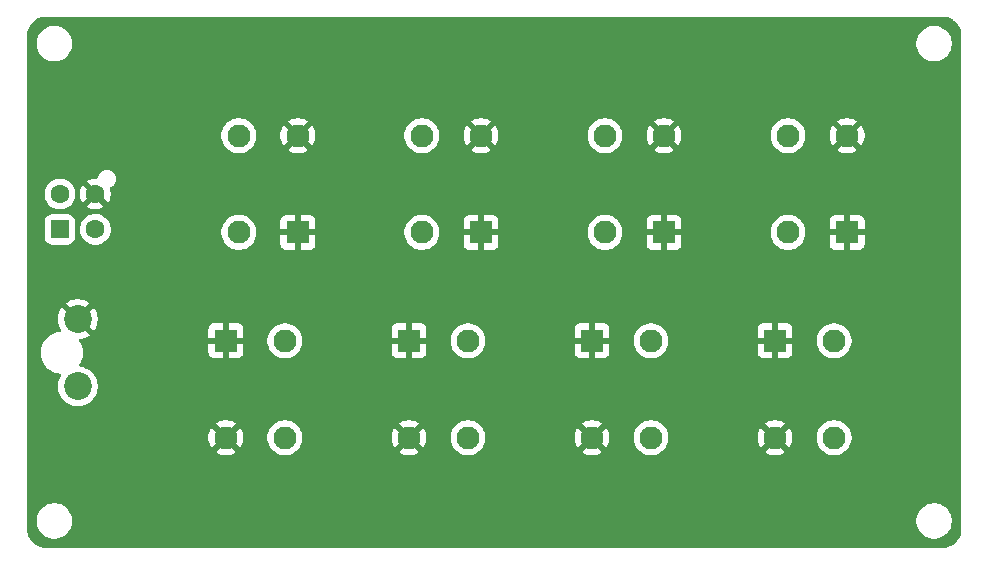
<source format=gbr>
%TF.GenerationSoftware,KiCad,Pcbnew,9.0.3*%
%TF.CreationDate,2025-08-13T11:48:24-07:00*%
%TF.ProjectId,PD Board,50442042-6f61-4726-942e-6b696361645f,rev?*%
%TF.SameCoordinates,Original*%
%TF.FileFunction,Copper,L4,Bot*%
%TF.FilePolarity,Positive*%
%FSLAX46Y46*%
G04 Gerber Fmt 4.6, Leading zero omitted, Abs format (unit mm)*
G04 Created by KiCad (PCBNEW 9.0.3) date 2025-08-13 11:48:24*
%MOMM*%
%LPD*%
G01*
G04 APERTURE LIST*
G04 Aperture macros list*
%AMRoundRect*
0 Rectangle with rounded corners*
0 $1 Rounding radius*
0 $2 $3 $4 $5 $6 $7 $8 $9 X,Y pos of 4 corners*
0 Add a 4 corners polygon primitive as box body*
4,1,4,$2,$3,$4,$5,$6,$7,$8,$9,$2,$3,0*
0 Add four circle primitives for the rounded corners*
1,1,$1+$1,$2,$3*
1,1,$1+$1,$4,$5*
1,1,$1+$1,$6,$7*
1,1,$1+$1,$8,$9*
0 Add four rect primitives between the rounded corners*
20,1,$1+$1,$2,$3,$4,$5,0*
20,1,$1+$1,$4,$5,$6,$7,0*
20,1,$1+$1,$6,$7,$8,$9,0*
20,1,$1+$1,$8,$9,$2,$3,0*%
G04 Aperture macros list end*
%TA.AperFunction,ComponentPad*%
%ADD10R,1.950000X1.950000*%
%TD*%
%TA.AperFunction,ComponentPad*%
%ADD11C,1.950000*%
%TD*%
%TA.AperFunction,ComponentPad*%
%ADD12RoundRect,0.250000X-0.552500X0.552500X-0.552500X-0.552500X0.552500X-0.552500X0.552500X0.552500X0*%
%TD*%
%TA.AperFunction,ComponentPad*%
%ADD13C,1.605000*%
%TD*%
%TA.AperFunction,ComponentPad*%
%ADD14C,2.362200*%
%TD*%
%TA.AperFunction,ViaPad*%
%ADD15C,0.600000*%
%TD*%
G04 APERTURE END LIST*
D10*
%TO.P,P7,1,1.1*%
%TO.N,GND*%
X144330000Y-111780000D03*
D11*
%TO.P,P7,2,1.2*%
X144330000Y-103580000D03*
%TO.P,P7,3,2.1*%
%TO.N,+20V*%
X139330000Y-111780000D03*
%TO.P,P7,4,2.2*%
X139330000Y-103580000D03*
%TD*%
D12*
%TO.P,J1,1,Pin_1*%
%TO.N,unconnected-(J1-Pin_1-Pad1)*%
X93180000Y-111520000D03*
D13*
%TO.P,J1,2,Pin_2*%
%TO.N,+20V*%
X96180000Y-111520000D03*
%TO.P,J1,3,Pin_3*%
%TO.N,unconnected-(J1-Pin_3-Pad3)*%
X93180000Y-108520000D03*
%TO.P,J1,4,Pin_4*%
%TO.N,GND*%
X96180000Y-108520000D03*
%TD*%
D10*
%TO.P,P3,1,1.1*%
%TO.N,GND*%
X138230000Y-120950000D03*
D11*
%TO.P,P3,2,1.2*%
X138230000Y-129150000D03*
%TO.P,P3,3,2.1*%
%TO.N,+20V*%
X143230000Y-120950000D03*
%TO.P,P3,4,2.2*%
X143230000Y-129150000D03*
%TD*%
D10*
%TO.P,P8,1,1.1*%
%TO.N,GND*%
X159830000Y-111780000D03*
D11*
%TO.P,P8,2,1.2*%
X159830000Y-103580000D03*
%TO.P,P8,3,2.1*%
%TO.N,+20V*%
X154830000Y-111780000D03*
%TO.P,P8,4,2.2*%
X154830000Y-103580000D03*
%TD*%
D14*
%TO.P,M1,1,1*%
%TO.N,+20V*%
X94688902Y-124816602D03*
%TO.P,M1,2,2*%
%TO.N,GND*%
X94688902Y-119116598D03*
%TD*%
D10*
%TO.P,P4,1,1.1*%
%TO.N,GND*%
X153730000Y-120950000D03*
D11*
%TO.P,P4,2,1.2*%
X153730000Y-129150000D03*
%TO.P,P4,3,2.1*%
%TO.N,+20V*%
X158730000Y-120950000D03*
%TO.P,P4,4,2.2*%
X158730000Y-129150000D03*
%TD*%
D10*
%TO.P,P1,1,1.1*%
%TO.N,GND*%
X107230000Y-120950000D03*
D11*
%TO.P,P1,2,1.2*%
X107230000Y-129150000D03*
%TO.P,P1,3,2.1*%
%TO.N,+20V*%
X112230000Y-120950000D03*
%TO.P,P1,4,2.2*%
X112230000Y-129150000D03*
%TD*%
D10*
%TO.P,P2,1,1.1*%
%TO.N,GND*%
X122730000Y-120950000D03*
D11*
%TO.P,P2,2,1.2*%
X122730000Y-129150000D03*
%TO.P,P2,3,2.1*%
%TO.N,+20V*%
X127730000Y-120950000D03*
%TO.P,P2,4,2.2*%
X127730000Y-129150000D03*
%TD*%
D10*
%TO.P,P6,1,1.1*%
%TO.N,GND*%
X128830000Y-111780000D03*
D11*
%TO.P,P6,2,1.2*%
X128830000Y-103580000D03*
%TO.P,P6,3,2.1*%
%TO.N,+20V*%
X123830000Y-111780000D03*
%TO.P,P6,4,2.2*%
X123830000Y-103580000D03*
%TD*%
D10*
%TO.P,P5,1,1.1*%
%TO.N,GND*%
X113330000Y-111780000D03*
D11*
%TO.P,P5,2,1.2*%
X113330000Y-103580000D03*
%TO.P,P5,3,2.1*%
%TO.N,+20V*%
X108330000Y-111780000D03*
%TO.P,P5,4,2.2*%
X108330000Y-103580000D03*
%TD*%
D15*
%TO.N,GND*%
X99220000Y-103340000D03*
X91990000Y-99910000D03*
%TD*%
%TA.AperFunction,Conductor*%
%TO.N,GND*%
G36*
X167904418Y-93500816D02*
G01*
X168118791Y-93516148D01*
X168136296Y-93518665D01*
X168341969Y-93563406D01*
X168358928Y-93568385D01*
X168556150Y-93641946D01*
X168572242Y-93649296D01*
X168756968Y-93750163D01*
X168771848Y-93759724D01*
X168879226Y-93840107D01*
X168940353Y-93885866D01*
X168953723Y-93897452D01*
X169102547Y-94046276D01*
X169114133Y-94059646D01*
X169240271Y-94228146D01*
X169249836Y-94243031D01*
X169350703Y-94427757D01*
X169358053Y-94443849D01*
X169431611Y-94641063D01*
X169436595Y-94658039D01*
X169481333Y-94863700D01*
X169483851Y-94881211D01*
X169499184Y-95095580D01*
X169499500Y-95104427D01*
X169499500Y-136895572D01*
X169499184Y-136904419D01*
X169483851Y-137118788D01*
X169481333Y-137136299D01*
X169436595Y-137341960D01*
X169431611Y-137358936D01*
X169358053Y-137556150D01*
X169350703Y-137572242D01*
X169249836Y-137756968D01*
X169240271Y-137771853D01*
X169114133Y-137940353D01*
X169102547Y-137953723D01*
X168953723Y-138102547D01*
X168940353Y-138114133D01*
X168771853Y-138240271D01*
X168756968Y-138249836D01*
X168572242Y-138350703D01*
X168556150Y-138358053D01*
X168358936Y-138431611D01*
X168341960Y-138436595D01*
X168136299Y-138481333D01*
X168118788Y-138483851D01*
X167923369Y-138497828D01*
X167904417Y-138499184D01*
X167895572Y-138499500D01*
X92004428Y-138499500D01*
X91995582Y-138499184D01*
X91974407Y-138497669D01*
X91781211Y-138483851D01*
X91763700Y-138481333D01*
X91558039Y-138436595D01*
X91541063Y-138431611D01*
X91343849Y-138358053D01*
X91327757Y-138350703D01*
X91143031Y-138249836D01*
X91128146Y-138240271D01*
X90959646Y-138114133D01*
X90946276Y-138102547D01*
X90797452Y-137953723D01*
X90785866Y-137940353D01*
X90659724Y-137771848D01*
X90650163Y-137756968D01*
X90549296Y-137572242D01*
X90541946Y-137556150D01*
X90514790Y-137483342D01*
X90468385Y-137358928D01*
X90463406Y-137341969D01*
X90418665Y-137136296D01*
X90416148Y-137118787D01*
X90400816Y-136904418D01*
X90400500Y-136895572D01*
X90400500Y-136081902D01*
X91199500Y-136081902D01*
X91199500Y-136318097D01*
X91236446Y-136551368D01*
X91309433Y-136775996D01*
X91416657Y-136986433D01*
X91555483Y-137177510D01*
X91722490Y-137344517D01*
X91913567Y-137483343D01*
X92012991Y-137534002D01*
X92124003Y-137590566D01*
X92124005Y-137590566D01*
X92124008Y-137590568D01*
X92244412Y-137629689D01*
X92348631Y-137663553D01*
X92581903Y-137700500D01*
X92581908Y-137700500D01*
X92818097Y-137700500D01*
X93051368Y-137663553D01*
X93275992Y-137590568D01*
X93486433Y-137483343D01*
X93677510Y-137344517D01*
X93844517Y-137177510D01*
X93983343Y-136986433D01*
X94090568Y-136775992D01*
X94163553Y-136551368D01*
X94200500Y-136318097D01*
X94200500Y-136081902D01*
X165699500Y-136081902D01*
X165699500Y-136318097D01*
X165736446Y-136551368D01*
X165809433Y-136775996D01*
X165916657Y-136986433D01*
X166055483Y-137177510D01*
X166222490Y-137344517D01*
X166413567Y-137483343D01*
X166512991Y-137534002D01*
X166624003Y-137590566D01*
X166624005Y-137590566D01*
X166624008Y-137590568D01*
X166744412Y-137629689D01*
X166848631Y-137663553D01*
X167081903Y-137700500D01*
X167081908Y-137700500D01*
X167318097Y-137700500D01*
X167551368Y-137663553D01*
X167775992Y-137590568D01*
X167986433Y-137483343D01*
X168177510Y-137344517D01*
X168344517Y-137177510D01*
X168483343Y-136986433D01*
X168590568Y-136775992D01*
X168663553Y-136551368D01*
X168700500Y-136318097D01*
X168700500Y-136081902D01*
X168663553Y-135848631D01*
X168590566Y-135624003D01*
X168483342Y-135413566D01*
X168344517Y-135222490D01*
X168177510Y-135055483D01*
X167986433Y-134916657D01*
X167775996Y-134809433D01*
X167551368Y-134736446D01*
X167318097Y-134699500D01*
X167318092Y-134699500D01*
X167081908Y-134699500D01*
X167081903Y-134699500D01*
X166848631Y-134736446D01*
X166624003Y-134809433D01*
X166413566Y-134916657D01*
X166304550Y-134995862D01*
X166222490Y-135055483D01*
X166222488Y-135055485D01*
X166222487Y-135055485D01*
X166055485Y-135222487D01*
X166055485Y-135222488D01*
X166055483Y-135222490D01*
X165995862Y-135304550D01*
X165916657Y-135413566D01*
X165809433Y-135624003D01*
X165736446Y-135848631D01*
X165699500Y-136081902D01*
X94200500Y-136081902D01*
X94163553Y-135848631D01*
X94090566Y-135624003D01*
X93983342Y-135413566D01*
X93844517Y-135222490D01*
X93677510Y-135055483D01*
X93486433Y-134916657D01*
X93275996Y-134809433D01*
X93051368Y-134736446D01*
X92818097Y-134699500D01*
X92818092Y-134699500D01*
X92581908Y-134699500D01*
X92581903Y-134699500D01*
X92348631Y-134736446D01*
X92124003Y-134809433D01*
X91913566Y-134916657D01*
X91804550Y-134995862D01*
X91722490Y-135055483D01*
X91722488Y-135055485D01*
X91722487Y-135055485D01*
X91555485Y-135222487D01*
X91555485Y-135222488D01*
X91555483Y-135222490D01*
X91495862Y-135304550D01*
X91416657Y-135413566D01*
X91309433Y-135624003D01*
X91236446Y-135848631D01*
X91199500Y-136081902D01*
X90400500Y-136081902D01*
X90400500Y-129033909D01*
X105755000Y-129033909D01*
X105755000Y-129266090D01*
X105791318Y-129495393D01*
X105863065Y-129716205D01*
X105968465Y-129923064D01*
X106025238Y-130001207D01*
X106628958Y-129397487D01*
X106653978Y-129457890D01*
X106725112Y-129564351D01*
X106815649Y-129654888D01*
X106922110Y-129726022D01*
X106982510Y-129751041D01*
X106378791Y-130354759D01*
X106378791Y-130354760D01*
X106456935Y-130411534D01*
X106663794Y-130516934D01*
X106884606Y-130588681D01*
X107113910Y-130625000D01*
X107346090Y-130625000D01*
X107575393Y-130588681D01*
X107796205Y-130516934D01*
X108003071Y-130411530D01*
X108081207Y-130354762D01*
X108081208Y-130354760D01*
X107477488Y-129751041D01*
X107537890Y-129726022D01*
X107644351Y-129654888D01*
X107734888Y-129564351D01*
X107806022Y-129457890D01*
X107831041Y-129397488D01*
X108434760Y-130001208D01*
X108434762Y-130001207D01*
X108491530Y-129923071D01*
X108596934Y-129716205D01*
X108668681Y-129495393D01*
X108705000Y-129266090D01*
X108705000Y-129033909D01*
X108704994Y-129033870D01*
X110754500Y-129033870D01*
X110754500Y-129266129D01*
X110790831Y-129495514D01*
X110862601Y-129716400D01*
X110967903Y-129923064D01*
X110968039Y-129923331D01*
X111104551Y-130111224D01*
X111268776Y-130275449D01*
X111456669Y-130411961D01*
X111554436Y-130461776D01*
X111663599Y-130517398D01*
X111663601Y-130517398D01*
X111663604Y-130517400D01*
X111884486Y-130589169D01*
X112002668Y-130607886D01*
X112113871Y-130625500D01*
X112113876Y-130625500D01*
X112346129Y-130625500D01*
X112447502Y-130609443D01*
X112575514Y-130589169D01*
X112796396Y-130517400D01*
X113003331Y-130411961D01*
X113191224Y-130275449D01*
X113355449Y-130111224D01*
X113491961Y-129923331D01*
X113597400Y-129716396D01*
X113669169Y-129495514D01*
X113693863Y-129339598D01*
X113705500Y-129266129D01*
X113705500Y-129033909D01*
X121255000Y-129033909D01*
X121255000Y-129266090D01*
X121291318Y-129495393D01*
X121363065Y-129716205D01*
X121468465Y-129923064D01*
X121525238Y-130001207D01*
X122128958Y-129397487D01*
X122153978Y-129457890D01*
X122225112Y-129564351D01*
X122315649Y-129654888D01*
X122422110Y-129726022D01*
X122482510Y-129751041D01*
X121878791Y-130354759D01*
X121878791Y-130354760D01*
X121956935Y-130411534D01*
X122163794Y-130516934D01*
X122384606Y-130588681D01*
X122613910Y-130625000D01*
X122846090Y-130625000D01*
X123075393Y-130588681D01*
X123296205Y-130516934D01*
X123503071Y-130411530D01*
X123581207Y-130354762D01*
X123581208Y-130354760D01*
X122977488Y-129751041D01*
X123037890Y-129726022D01*
X123144351Y-129654888D01*
X123234888Y-129564351D01*
X123306022Y-129457890D01*
X123331041Y-129397489D01*
X123934760Y-130001208D01*
X123934762Y-130001207D01*
X123991530Y-129923071D01*
X124096934Y-129716205D01*
X124168681Y-129495393D01*
X124205000Y-129266090D01*
X124205000Y-129033909D01*
X124204994Y-129033870D01*
X126254500Y-129033870D01*
X126254500Y-129266129D01*
X126290831Y-129495514D01*
X126362601Y-129716400D01*
X126467903Y-129923064D01*
X126468039Y-129923331D01*
X126604551Y-130111224D01*
X126768776Y-130275449D01*
X126956669Y-130411961D01*
X127054436Y-130461776D01*
X127163599Y-130517398D01*
X127163601Y-130517398D01*
X127163604Y-130517400D01*
X127384486Y-130589169D01*
X127502668Y-130607886D01*
X127613871Y-130625500D01*
X127613876Y-130625500D01*
X127846129Y-130625500D01*
X127947502Y-130609443D01*
X128075514Y-130589169D01*
X128296396Y-130517400D01*
X128503331Y-130411961D01*
X128691224Y-130275449D01*
X128855449Y-130111224D01*
X128991961Y-129923331D01*
X129097400Y-129716396D01*
X129169169Y-129495514D01*
X129193863Y-129339598D01*
X129205500Y-129266129D01*
X129205500Y-129033909D01*
X136755000Y-129033909D01*
X136755000Y-129266090D01*
X136791318Y-129495393D01*
X136863065Y-129716205D01*
X136968465Y-129923064D01*
X137025238Y-130001207D01*
X137628958Y-129397487D01*
X137653978Y-129457890D01*
X137725112Y-129564351D01*
X137815649Y-129654888D01*
X137922110Y-129726022D01*
X137982510Y-129751041D01*
X137378791Y-130354759D01*
X137378791Y-130354760D01*
X137456935Y-130411534D01*
X137663794Y-130516934D01*
X137884606Y-130588681D01*
X138113910Y-130625000D01*
X138346090Y-130625000D01*
X138575393Y-130588681D01*
X138796205Y-130516934D01*
X139003071Y-130411530D01*
X139081207Y-130354762D01*
X139081208Y-130354760D01*
X138477488Y-129751041D01*
X138537890Y-129726022D01*
X138644351Y-129654888D01*
X138734888Y-129564351D01*
X138806022Y-129457890D01*
X138831041Y-129397489D01*
X139434760Y-130001208D01*
X139434762Y-130001207D01*
X139491530Y-129923071D01*
X139596934Y-129716205D01*
X139668681Y-129495393D01*
X139705000Y-129266090D01*
X139705000Y-129033909D01*
X139704994Y-129033870D01*
X141754500Y-129033870D01*
X141754500Y-129266129D01*
X141790831Y-129495514D01*
X141862601Y-129716400D01*
X141967903Y-129923064D01*
X141968039Y-129923331D01*
X142104551Y-130111224D01*
X142268776Y-130275449D01*
X142456669Y-130411961D01*
X142554436Y-130461776D01*
X142663599Y-130517398D01*
X142663601Y-130517398D01*
X142663604Y-130517400D01*
X142884486Y-130589169D01*
X143002668Y-130607886D01*
X143113871Y-130625500D01*
X143113876Y-130625500D01*
X143346129Y-130625500D01*
X143447502Y-130609443D01*
X143575514Y-130589169D01*
X143796396Y-130517400D01*
X144003331Y-130411961D01*
X144191224Y-130275449D01*
X144355449Y-130111224D01*
X144491961Y-129923331D01*
X144597400Y-129716396D01*
X144669169Y-129495514D01*
X144693863Y-129339598D01*
X144705500Y-129266129D01*
X144705500Y-129033909D01*
X152255000Y-129033909D01*
X152255000Y-129266090D01*
X152291318Y-129495393D01*
X152363065Y-129716205D01*
X152468465Y-129923064D01*
X152525238Y-130001207D01*
X153128958Y-129397487D01*
X153153978Y-129457890D01*
X153225112Y-129564351D01*
X153315649Y-129654888D01*
X153422110Y-129726022D01*
X153482510Y-129751041D01*
X152878791Y-130354759D01*
X152878791Y-130354760D01*
X152956935Y-130411534D01*
X153163794Y-130516934D01*
X153384606Y-130588681D01*
X153613910Y-130625000D01*
X153846090Y-130625000D01*
X154075393Y-130588681D01*
X154296205Y-130516934D01*
X154503071Y-130411530D01*
X154581207Y-130354762D01*
X154581208Y-130354760D01*
X153977488Y-129751041D01*
X154037890Y-129726022D01*
X154144351Y-129654888D01*
X154234888Y-129564351D01*
X154306022Y-129457890D01*
X154331041Y-129397489D01*
X154934760Y-130001208D01*
X154934762Y-130001207D01*
X154991530Y-129923071D01*
X155096934Y-129716205D01*
X155168681Y-129495393D01*
X155205000Y-129266090D01*
X155205000Y-129033909D01*
X155204994Y-129033870D01*
X157254500Y-129033870D01*
X157254500Y-129266129D01*
X157290831Y-129495514D01*
X157362601Y-129716400D01*
X157467903Y-129923064D01*
X157468039Y-129923331D01*
X157604551Y-130111224D01*
X157768776Y-130275449D01*
X157956669Y-130411961D01*
X158054436Y-130461776D01*
X158163599Y-130517398D01*
X158163601Y-130517398D01*
X158163604Y-130517400D01*
X158384486Y-130589169D01*
X158502668Y-130607886D01*
X158613871Y-130625500D01*
X158613876Y-130625500D01*
X158846129Y-130625500D01*
X158947502Y-130609443D01*
X159075514Y-130589169D01*
X159296396Y-130517400D01*
X159503331Y-130411961D01*
X159691224Y-130275449D01*
X159855449Y-130111224D01*
X159991961Y-129923331D01*
X160097400Y-129716396D01*
X160169169Y-129495514D01*
X160193863Y-129339598D01*
X160205500Y-129266129D01*
X160205500Y-129033870D01*
X160186232Y-128912222D01*
X160169169Y-128804486D01*
X160097400Y-128583604D01*
X160097398Y-128583601D01*
X160097398Y-128583599D01*
X160041776Y-128474436D01*
X159991961Y-128376669D01*
X159855449Y-128188776D01*
X159691224Y-128024551D01*
X159503331Y-127888039D01*
X159296400Y-127782601D01*
X159075514Y-127710831D01*
X158846129Y-127674500D01*
X158846124Y-127674500D01*
X158613876Y-127674500D01*
X158613871Y-127674500D01*
X158384485Y-127710831D01*
X158163599Y-127782601D01*
X157956668Y-127888039D01*
X157768773Y-128024553D01*
X157604553Y-128188773D01*
X157468039Y-128376668D01*
X157362601Y-128583599D01*
X157290831Y-128804485D01*
X157254500Y-129033870D01*
X155204994Y-129033870D01*
X155168681Y-128804606D01*
X155096934Y-128583794D01*
X154991534Y-128376935D01*
X154934760Y-128298791D01*
X154331041Y-128902510D01*
X154306022Y-128842110D01*
X154234888Y-128735649D01*
X154144351Y-128645112D01*
X154037890Y-128573978D01*
X153977487Y-128548957D01*
X154581207Y-127945238D01*
X154503064Y-127888465D01*
X154296205Y-127783065D01*
X154075393Y-127711318D01*
X153846090Y-127675000D01*
X153613910Y-127675000D01*
X153384606Y-127711318D01*
X153163794Y-127783065D01*
X152956925Y-127888470D01*
X152878791Y-127945237D01*
X152878791Y-127945238D01*
X153482511Y-128548958D01*
X153422110Y-128573978D01*
X153315649Y-128645112D01*
X153225112Y-128735649D01*
X153153978Y-128842110D01*
X153128958Y-128902511D01*
X152525238Y-128298791D01*
X152525237Y-128298791D01*
X152468470Y-128376925D01*
X152363065Y-128583794D01*
X152291318Y-128804606D01*
X152255000Y-129033909D01*
X144705500Y-129033909D01*
X144705500Y-129033870D01*
X144686232Y-128912222D01*
X144669169Y-128804486D01*
X144597400Y-128583604D01*
X144597398Y-128583601D01*
X144597398Y-128583599D01*
X144541776Y-128474436D01*
X144491961Y-128376669D01*
X144355449Y-128188776D01*
X144191224Y-128024551D01*
X144003331Y-127888039D01*
X143796400Y-127782601D01*
X143575514Y-127710831D01*
X143346129Y-127674500D01*
X143346124Y-127674500D01*
X143113876Y-127674500D01*
X143113871Y-127674500D01*
X142884485Y-127710831D01*
X142663599Y-127782601D01*
X142456668Y-127888039D01*
X142268773Y-128024553D01*
X142104553Y-128188773D01*
X141968039Y-128376668D01*
X141862601Y-128583599D01*
X141790831Y-128804485D01*
X141754500Y-129033870D01*
X139704994Y-129033870D01*
X139668681Y-128804606D01*
X139596934Y-128583794D01*
X139491534Y-128376935D01*
X139434760Y-128298791D01*
X139434759Y-128298791D01*
X138831041Y-128902510D01*
X138806022Y-128842110D01*
X138734888Y-128735649D01*
X138644351Y-128645112D01*
X138537890Y-128573978D01*
X138477487Y-128548957D01*
X139081207Y-127945238D01*
X139003064Y-127888465D01*
X138796205Y-127783065D01*
X138575393Y-127711318D01*
X138346090Y-127675000D01*
X138113910Y-127675000D01*
X137884606Y-127711318D01*
X137663794Y-127783065D01*
X137456925Y-127888470D01*
X137378791Y-127945237D01*
X137378791Y-127945238D01*
X137982511Y-128548958D01*
X137922110Y-128573978D01*
X137815649Y-128645112D01*
X137725112Y-128735649D01*
X137653978Y-128842110D01*
X137628958Y-128902511D01*
X137025238Y-128298791D01*
X137025237Y-128298791D01*
X136968470Y-128376925D01*
X136863065Y-128583794D01*
X136791318Y-128804606D01*
X136755000Y-129033909D01*
X129205500Y-129033909D01*
X129205500Y-129033870D01*
X129186232Y-128912222D01*
X129169169Y-128804486D01*
X129097400Y-128583604D01*
X129097398Y-128583601D01*
X129097398Y-128583599D01*
X129041776Y-128474436D01*
X128991961Y-128376669D01*
X128855449Y-128188776D01*
X128691224Y-128024551D01*
X128503331Y-127888039D01*
X128296400Y-127782601D01*
X128075514Y-127710831D01*
X127846129Y-127674500D01*
X127846124Y-127674500D01*
X127613876Y-127674500D01*
X127613871Y-127674500D01*
X127384485Y-127710831D01*
X127163599Y-127782601D01*
X126956668Y-127888039D01*
X126768773Y-128024553D01*
X126604553Y-128188773D01*
X126468039Y-128376668D01*
X126362601Y-128583599D01*
X126290831Y-128804485D01*
X126254500Y-129033870D01*
X124204994Y-129033870D01*
X124168681Y-128804606D01*
X124096934Y-128583794D01*
X123991534Y-128376935D01*
X123934760Y-128298791D01*
X123331041Y-128902510D01*
X123306022Y-128842110D01*
X123234888Y-128735649D01*
X123144351Y-128645112D01*
X123037890Y-128573978D01*
X122977487Y-128548957D01*
X123581207Y-127945238D01*
X123503064Y-127888465D01*
X123296205Y-127783065D01*
X123075393Y-127711318D01*
X122846090Y-127675000D01*
X122613910Y-127675000D01*
X122384606Y-127711318D01*
X122163794Y-127783065D01*
X121956925Y-127888470D01*
X121878791Y-127945237D01*
X121878791Y-127945238D01*
X122482511Y-128548958D01*
X122422110Y-128573978D01*
X122315649Y-128645112D01*
X122225112Y-128735649D01*
X122153978Y-128842110D01*
X122128958Y-128902511D01*
X121525238Y-128298791D01*
X121525237Y-128298791D01*
X121468470Y-128376925D01*
X121363065Y-128583794D01*
X121291318Y-128804606D01*
X121255000Y-129033909D01*
X113705500Y-129033909D01*
X113705500Y-129033870D01*
X113686232Y-128912222D01*
X113669169Y-128804486D01*
X113597400Y-128583604D01*
X113597398Y-128583601D01*
X113597398Y-128583599D01*
X113541776Y-128474436D01*
X113491961Y-128376669D01*
X113355449Y-128188776D01*
X113191224Y-128024551D01*
X113003331Y-127888039D01*
X112796400Y-127782601D01*
X112575514Y-127710831D01*
X112346129Y-127674500D01*
X112346124Y-127674500D01*
X112113876Y-127674500D01*
X112113871Y-127674500D01*
X111884485Y-127710831D01*
X111663599Y-127782601D01*
X111456668Y-127888039D01*
X111268773Y-128024553D01*
X111104553Y-128188773D01*
X110968039Y-128376668D01*
X110862601Y-128583599D01*
X110790831Y-128804485D01*
X110754500Y-129033870D01*
X108704994Y-129033870D01*
X108668681Y-128804606D01*
X108596934Y-128583794D01*
X108491534Y-128376935D01*
X108434760Y-128298791D01*
X108434759Y-128298791D01*
X107831041Y-128902510D01*
X107806022Y-128842110D01*
X107734888Y-128735649D01*
X107644351Y-128645112D01*
X107537890Y-128573978D01*
X107477487Y-128548957D01*
X108081207Y-127945238D01*
X108003064Y-127888465D01*
X107796205Y-127783065D01*
X107575393Y-127711318D01*
X107346090Y-127675000D01*
X107113910Y-127675000D01*
X106884606Y-127711318D01*
X106663794Y-127783065D01*
X106456925Y-127888470D01*
X106378791Y-127945237D01*
X106378791Y-127945238D01*
X106982511Y-128548958D01*
X106922110Y-128573978D01*
X106815649Y-128645112D01*
X106725112Y-128735649D01*
X106653978Y-128842110D01*
X106628958Y-128902511D01*
X106025238Y-128298791D01*
X106025237Y-128298791D01*
X105968470Y-128376925D01*
X105863065Y-128583794D01*
X105791318Y-128804606D01*
X105755000Y-129033909D01*
X90400500Y-129033909D01*
X90400500Y-121850285D01*
X91574402Y-121850285D01*
X91574402Y-122082914D01*
X91591393Y-122211961D01*
X91604765Y-122313530D01*
X91632917Y-122418596D01*
X91664970Y-122538220D01*
X91753985Y-122753121D01*
X91753990Y-122753132D01*
X91870289Y-122954566D01*
X91870300Y-122954582D01*
X92011898Y-123139117D01*
X92011904Y-123139124D01*
X92176377Y-123303597D01*
X92176383Y-123303602D01*
X92360928Y-123445208D01*
X92360935Y-123445212D01*
X92562369Y-123561511D01*
X92562374Y-123561513D01*
X92562377Y-123561515D01*
X92669830Y-123606023D01*
X92777281Y-123650531D01*
X92777282Y-123650531D01*
X92777284Y-123650532D01*
X93001972Y-123710737D01*
X93174536Y-123733456D01*
X93238432Y-123761723D01*
X93276903Y-123820047D01*
X93277734Y-123889912D01*
X93265737Y-123918395D01*
X93177488Y-124071246D01*
X93177483Y-124071257D01*
X93093129Y-124274905D01*
X93036074Y-124487837D01*
X93007302Y-124706376D01*
X93007302Y-124926827D01*
X93036074Y-125145366D01*
X93093129Y-125358298D01*
X93177483Y-125561946D01*
X93177488Y-125561957D01*
X93287698Y-125752845D01*
X93287709Y-125752861D01*
X93421894Y-125927735D01*
X93421900Y-125927742D01*
X93577761Y-126083603D01*
X93577767Y-126083608D01*
X93752651Y-126217801D01*
X93752658Y-126217805D01*
X93943546Y-126328015D01*
X93943551Y-126328017D01*
X93943554Y-126328019D01*
X94147210Y-126412376D01*
X94360134Y-126469429D01*
X94578684Y-126498202D01*
X94578691Y-126498202D01*
X94799113Y-126498202D01*
X94799120Y-126498202D01*
X95017670Y-126469429D01*
X95230594Y-126412376D01*
X95434250Y-126328019D01*
X95625153Y-126217801D01*
X95800037Y-126083608D01*
X95955908Y-125927737D01*
X96090101Y-125752853D01*
X96200319Y-125561950D01*
X96284676Y-125358294D01*
X96341729Y-125145370D01*
X96370502Y-124926820D01*
X96370502Y-124706384D01*
X96341729Y-124487834D01*
X96284676Y-124274910D01*
X96200319Y-124071254D01*
X96200317Y-124071251D01*
X96200315Y-124071246D01*
X96090105Y-123880358D01*
X96090101Y-123880351D01*
X95955908Y-123705467D01*
X95955903Y-123705461D01*
X95800042Y-123549600D01*
X95800035Y-123549594D01*
X95625161Y-123415409D01*
X95625159Y-123415407D01*
X95625153Y-123415403D01*
X95625148Y-123415400D01*
X95625145Y-123415398D01*
X95434257Y-123305188D01*
X95434246Y-123305183D01*
X95230598Y-123220829D01*
X95213138Y-123216150D01*
X95017670Y-123163775D01*
X94976589Y-123158366D01*
X94912095Y-123149875D01*
X94848199Y-123121608D01*
X94809729Y-123063283D01*
X94808898Y-122993418D01*
X94826442Y-122958746D01*
X94825253Y-122957951D01*
X94827499Y-122954587D01*
X94827510Y-122954574D01*
X94943817Y-122753125D01*
X95032834Y-122538218D01*
X95093039Y-122313530D01*
X95123402Y-122082907D01*
X95123402Y-121850293D01*
X95093039Y-121619670D01*
X95032834Y-121394982D01*
X94943817Y-121180075D01*
X94943813Y-121180067D01*
X94827514Y-120978633D01*
X94827510Y-120978626D01*
X94827503Y-120978617D01*
X94825253Y-120975249D01*
X94826819Y-120974202D01*
X94804363Y-120916141D01*
X94818391Y-120847694D01*
X94867197Y-120797697D01*
X94911746Y-120782866D01*
X95017570Y-120768934D01*
X95230429Y-120711898D01*
X95230441Y-120711894D01*
X95434022Y-120627568D01*
X95434031Y-120627564D01*
X95624871Y-120517382D01*
X95687825Y-120469075D01*
X95687825Y-120469074D01*
X95145364Y-119926614D01*
X95279894Y-119836724D01*
X95409028Y-119707590D01*
X95498917Y-119573060D01*
X96041378Y-120115521D01*
X96041379Y-120115521D01*
X96089686Y-120052567D01*
X96162093Y-119927155D01*
X105755000Y-119927155D01*
X105755000Y-120700000D01*
X106629999Y-120700000D01*
X106604979Y-120760402D01*
X106580000Y-120885981D01*
X106580000Y-121014019D01*
X106604979Y-121139598D01*
X106629999Y-121200000D01*
X105755000Y-121200000D01*
X105755000Y-121972844D01*
X105761401Y-122032372D01*
X105761403Y-122032379D01*
X105811645Y-122167086D01*
X105811649Y-122167093D01*
X105897809Y-122282187D01*
X105897812Y-122282190D01*
X106012906Y-122368350D01*
X106012913Y-122368354D01*
X106147620Y-122418596D01*
X106147627Y-122418598D01*
X106207155Y-122424999D01*
X106207172Y-122425000D01*
X106980000Y-122425000D01*
X106980000Y-121550001D01*
X107040402Y-121575021D01*
X107165981Y-121600000D01*
X107294019Y-121600000D01*
X107419598Y-121575021D01*
X107480000Y-121550001D01*
X107480000Y-122425000D01*
X108252828Y-122425000D01*
X108252844Y-122424999D01*
X108312372Y-122418598D01*
X108312379Y-122418596D01*
X108447086Y-122368354D01*
X108447093Y-122368350D01*
X108562187Y-122282190D01*
X108562190Y-122282187D01*
X108648350Y-122167093D01*
X108648354Y-122167086D01*
X108698596Y-122032379D01*
X108698598Y-122032372D01*
X108704999Y-121972844D01*
X108705000Y-121972827D01*
X108705000Y-121200000D01*
X107830001Y-121200000D01*
X107855021Y-121139598D01*
X107880000Y-121014019D01*
X107880000Y-120885981D01*
X107869635Y-120833870D01*
X110754500Y-120833870D01*
X110754500Y-121066129D01*
X110790831Y-121295514D01*
X110862601Y-121516400D01*
X110915221Y-121619671D01*
X110968039Y-121723331D01*
X111104551Y-121911224D01*
X111268776Y-122075449D01*
X111456669Y-122211961D01*
X111554436Y-122261776D01*
X111663599Y-122317398D01*
X111663601Y-122317398D01*
X111663604Y-122317400D01*
X111884486Y-122389169D01*
X112002668Y-122407886D01*
X112113871Y-122425500D01*
X112113876Y-122425500D01*
X112346129Y-122425500D01*
X112447502Y-122409443D01*
X112575514Y-122389169D01*
X112796396Y-122317400D01*
X113003331Y-122211961D01*
X113191224Y-122075449D01*
X113355449Y-121911224D01*
X113491961Y-121723331D01*
X113597400Y-121516396D01*
X113669169Y-121295514D01*
X113695504Y-121129240D01*
X113705500Y-121066129D01*
X113705500Y-120833870D01*
X113684297Y-120700000D01*
X113669169Y-120604486D01*
X113597400Y-120383604D01*
X113597398Y-120383601D01*
X113597398Y-120383599D01*
X113503682Y-120199673D01*
X113491961Y-120176669D01*
X113355449Y-119988776D01*
X113293828Y-119927155D01*
X121255000Y-119927155D01*
X121255000Y-120700000D01*
X122129999Y-120700000D01*
X122104979Y-120760402D01*
X122080000Y-120885981D01*
X122080000Y-121014019D01*
X122104979Y-121139598D01*
X122129999Y-121200000D01*
X121255000Y-121200000D01*
X121255000Y-121972844D01*
X121261401Y-122032372D01*
X121261403Y-122032379D01*
X121311645Y-122167086D01*
X121311649Y-122167093D01*
X121397809Y-122282187D01*
X121397812Y-122282190D01*
X121512906Y-122368350D01*
X121512913Y-122368354D01*
X121647620Y-122418596D01*
X121647627Y-122418598D01*
X121707155Y-122424999D01*
X121707172Y-122425000D01*
X122480000Y-122425000D01*
X122480000Y-121550001D01*
X122540402Y-121575021D01*
X122665981Y-121600000D01*
X122794019Y-121600000D01*
X122919598Y-121575021D01*
X122980000Y-121550001D01*
X122980000Y-122425000D01*
X123752828Y-122425000D01*
X123752844Y-122424999D01*
X123812372Y-122418598D01*
X123812379Y-122418596D01*
X123947086Y-122368354D01*
X123947093Y-122368350D01*
X124062187Y-122282190D01*
X124062190Y-122282187D01*
X124148350Y-122167093D01*
X124148354Y-122167086D01*
X124198596Y-122032379D01*
X124198598Y-122032372D01*
X124204999Y-121972844D01*
X124205000Y-121972827D01*
X124205000Y-121200000D01*
X123330001Y-121200000D01*
X123355021Y-121139598D01*
X123380000Y-121014019D01*
X123380000Y-120885981D01*
X123369635Y-120833870D01*
X126254500Y-120833870D01*
X126254500Y-121066129D01*
X126290831Y-121295514D01*
X126362601Y-121516400D01*
X126415221Y-121619671D01*
X126468039Y-121723331D01*
X126604551Y-121911224D01*
X126768776Y-122075449D01*
X126956669Y-122211961D01*
X127054436Y-122261776D01*
X127163599Y-122317398D01*
X127163601Y-122317398D01*
X127163604Y-122317400D01*
X127384486Y-122389169D01*
X127502668Y-122407886D01*
X127613871Y-122425500D01*
X127613876Y-122425500D01*
X127846129Y-122425500D01*
X127947502Y-122409443D01*
X128075514Y-122389169D01*
X128296396Y-122317400D01*
X128503331Y-122211961D01*
X128691224Y-122075449D01*
X128855449Y-121911224D01*
X128991961Y-121723331D01*
X129097400Y-121516396D01*
X129169169Y-121295514D01*
X129195504Y-121129240D01*
X129205500Y-121066129D01*
X129205500Y-120833870D01*
X129184297Y-120700000D01*
X129169169Y-120604486D01*
X129097400Y-120383604D01*
X129097398Y-120383601D01*
X129097398Y-120383599D01*
X129003682Y-120199673D01*
X128991961Y-120176669D01*
X128855449Y-119988776D01*
X128793828Y-119927155D01*
X136755000Y-119927155D01*
X136755000Y-120700000D01*
X137629999Y-120700000D01*
X137604979Y-120760402D01*
X137580000Y-120885981D01*
X137580000Y-121014019D01*
X137604979Y-121139598D01*
X137629999Y-121200000D01*
X136755000Y-121200000D01*
X136755000Y-121972844D01*
X136761401Y-122032372D01*
X136761403Y-122032379D01*
X136811645Y-122167086D01*
X136811649Y-122167093D01*
X136897809Y-122282187D01*
X136897812Y-122282190D01*
X137012906Y-122368350D01*
X137012913Y-122368354D01*
X137147620Y-122418596D01*
X137147627Y-122418598D01*
X137207155Y-122424999D01*
X137207172Y-122425000D01*
X137980000Y-122425000D01*
X137980000Y-121550001D01*
X138040402Y-121575021D01*
X138165981Y-121600000D01*
X138294019Y-121600000D01*
X138419598Y-121575021D01*
X138480000Y-121550001D01*
X138480000Y-122425000D01*
X139252828Y-122425000D01*
X139252844Y-122424999D01*
X139312372Y-122418598D01*
X139312379Y-122418596D01*
X139447086Y-122368354D01*
X139447093Y-122368350D01*
X139562187Y-122282190D01*
X139562190Y-122282187D01*
X139648350Y-122167093D01*
X139648354Y-122167086D01*
X139698596Y-122032379D01*
X139698598Y-122032372D01*
X139704999Y-121972844D01*
X139705000Y-121972827D01*
X139705000Y-121200000D01*
X138830001Y-121200000D01*
X138855021Y-121139598D01*
X138880000Y-121014019D01*
X138880000Y-120885981D01*
X138869635Y-120833870D01*
X141754500Y-120833870D01*
X141754500Y-121066129D01*
X141790831Y-121295514D01*
X141862601Y-121516400D01*
X141915221Y-121619671D01*
X141968039Y-121723331D01*
X142104551Y-121911224D01*
X142268776Y-122075449D01*
X142456669Y-122211961D01*
X142554436Y-122261776D01*
X142663599Y-122317398D01*
X142663601Y-122317398D01*
X142663604Y-122317400D01*
X142884486Y-122389169D01*
X143002668Y-122407886D01*
X143113871Y-122425500D01*
X143113876Y-122425500D01*
X143346129Y-122425500D01*
X143447502Y-122409443D01*
X143575514Y-122389169D01*
X143796396Y-122317400D01*
X144003331Y-122211961D01*
X144191224Y-122075449D01*
X144355449Y-121911224D01*
X144491961Y-121723331D01*
X144597400Y-121516396D01*
X144669169Y-121295514D01*
X144695504Y-121129240D01*
X144705500Y-121066129D01*
X144705500Y-120833870D01*
X144684297Y-120700000D01*
X144669169Y-120604486D01*
X144597400Y-120383604D01*
X144597398Y-120383601D01*
X144597398Y-120383599D01*
X144503682Y-120199673D01*
X144491961Y-120176669D01*
X144355449Y-119988776D01*
X144293828Y-119927155D01*
X152255000Y-119927155D01*
X152255000Y-120700000D01*
X153129999Y-120700000D01*
X153104979Y-120760402D01*
X153080000Y-120885981D01*
X153080000Y-121014019D01*
X153104979Y-121139598D01*
X153129999Y-121200000D01*
X152255000Y-121200000D01*
X152255000Y-121972844D01*
X152261401Y-122032372D01*
X152261403Y-122032379D01*
X152311645Y-122167086D01*
X152311649Y-122167093D01*
X152397809Y-122282187D01*
X152397812Y-122282190D01*
X152512906Y-122368350D01*
X152512913Y-122368354D01*
X152647620Y-122418596D01*
X152647627Y-122418598D01*
X152707155Y-122424999D01*
X152707172Y-122425000D01*
X153480000Y-122425000D01*
X153480000Y-121550001D01*
X153540402Y-121575021D01*
X153665981Y-121600000D01*
X153794019Y-121600000D01*
X153919598Y-121575021D01*
X153980000Y-121550001D01*
X153980000Y-122425000D01*
X154752828Y-122425000D01*
X154752844Y-122424999D01*
X154812372Y-122418598D01*
X154812379Y-122418596D01*
X154947086Y-122368354D01*
X154947093Y-122368350D01*
X155062187Y-122282190D01*
X155062190Y-122282187D01*
X155148350Y-122167093D01*
X155148354Y-122167086D01*
X155198596Y-122032379D01*
X155198598Y-122032372D01*
X155204999Y-121972844D01*
X155205000Y-121972827D01*
X155205000Y-121200000D01*
X154330001Y-121200000D01*
X154355021Y-121139598D01*
X154380000Y-121014019D01*
X154380000Y-120885981D01*
X154369635Y-120833870D01*
X157254500Y-120833870D01*
X157254500Y-121066129D01*
X157290831Y-121295514D01*
X157362601Y-121516400D01*
X157415221Y-121619671D01*
X157468039Y-121723331D01*
X157604551Y-121911224D01*
X157768776Y-122075449D01*
X157956669Y-122211961D01*
X158054436Y-122261776D01*
X158163599Y-122317398D01*
X158163601Y-122317398D01*
X158163604Y-122317400D01*
X158384486Y-122389169D01*
X158502668Y-122407886D01*
X158613871Y-122425500D01*
X158613876Y-122425500D01*
X158846129Y-122425500D01*
X158947502Y-122409443D01*
X159075514Y-122389169D01*
X159296396Y-122317400D01*
X159503331Y-122211961D01*
X159691224Y-122075449D01*
X159855449Y-121911224D01*
X159991961Y-121723331D01*
X160097400Y-121516396D01*
X160169169Y-121295514D01*
X160195504Y-121129240D01*
X160205500Y-121066129D01*
X160205500Y-120833870D01*
X160184297Y-120700000D01*
X160169169Y-120604486D01*
X160097400Y-120383604D01*
X160097398Y-120383601D01*
X160097398Y-120383599D01*
X160003682Y-120199673D01*
X159991961Y-120176669D01*
X159855449Y-119988776D01*
X159691224Y-119824551D01*
X159503331Y-119688039D01*
X159296400Y-119582601D01*
X159075514Y-119510831D01*
X158846129Y-119474500D01*
X158846124Y-119474500D01*
X158613876Y-119474500D01*
X158613871Y-119474500D01*
X158384485Y-119510831D01*
X158163599Y-119582601D01*
X157956668Y-119688039D01*
X157768773Y-119824553D01*
X157604553Y-119988773D01*
X157468039Y-120176668D01*
X157362601Y-120383599D01*
X157290831Y-120604485D01*
X157254500Y-120833870D01*
X154369635Y-120833870D01*
X154355021Y-120760402D01*
X154330001Y-120700000D01*
X155205000Y-120700000D01*
X155205000Y-119927172D01*
X155204999Y-119927155D01*
X155198598Y-119867627D01*
X155198596Y-119867620D01*
X155148354Y-119732913D01*
X155148350Y-119732906D01*
X155062190Y-119617812D01*
X155062187Y-119617809D01*
X154947093Y-119531649D01*
X154947086Y-119531645D01*
X154812379Y-119481403D01*
X154812372Y-119481401D01*
X154752844Y-119475000D01*
X153980000Y-119475000D01*
X153980000Y-120349998D01*
X153919598Y-120324979D01*
X153794019Y-120300000D01*
X153665981Y-120300000D01*
X153540402Y-120324979D01*
X153480000Y-120349998D01*
X153480000Y-119475000D01*
X152707155Y-119475000D01*
X152647627Y-119481401D01*
X152647620Y-119481403D01*
X152512913Y-119531645D01*
X152512906Y-119531649D01*
X152397812Y-119617809D01*
X152397809Y-119617812D01*
X152311649Y-119732906D01*
X152311645Y-119732913D01*
X152261403Y-119867620D01*
X152261401Y-119867627D01*
X152255000Y-119927155D01*
X144293828Y-119927155D01*
X144191224Y-119824551D01*
X144003331Y-119688039D01*
X143796400Y-119582601D01*
X143575514Y-119510831D01*
X143346129Y-119474500D01*
X143346124Y-119474500D01*
X143113876Y-119474500D01*
X143113871Y-119474500D01*
X142884485Y-119510831D01*
X142663599Y-119582601D01*
X142456668Y-119688039D01*
X142268773Y-119824553D01*
X142104553Y-119988773D01*
X141968039Y-120176668D01*
X141862601Y-120383599D01*
X141790831Y-120604485D01*
X141754500Y-120833870D01*
X138869635Y-120833870D01*
X138855021Y-120760402D01*
X138830001Y-120700000D01*
X139705000Y-120700000D01*
X139705000Y-119927172D01*
X139704999Y-119927155D01*
X139698598Y-119867627D01*
X139698596Y-119867620D01*
X139648354Y-119732913D01*
X139648350Y-119732906D01*
X139562190Y-119617812D01*
X139562187Y-119617809D01*
X139447093Y-119531649D01*
X139447086Y-119531645D01*
X139312379Y-119481403D01*
X139312372Y-119481401D01*
X139252844Y-119475000D01*
X138480000Y-119475000D01*
X138480000Y-120349998D01*
X138419598Y-120324979D01*
X138294019Y-120300000D01*
X138165981Y-120300000D01*
X138040402Y-120324979D01*
X137980000Y-120349998D01*
X137980000Y-119475000D01*
X137207155Y-119475000D01*
X137147627Y-119481401D01*
X137147620Y-119481403D01*
X137012913Y-119531645D01*
X137012906Y-119531649D01*
X136897812Y-119617809D01*
X136897809Y-119617812D01*
X136811649Y-119732906D01*
X136811645Y-119732913D01*
X136761403Y-119867620D01*
X136761401Y-119867627D01*
X136755000Y-119927155D01*
X128793828Y-119927155D01*
X128691224Y-119824551D01*
X128503331Y-119688039D01*
X128296400Y-119582601D01*
X128075514Y-119510831D01*
X127846129Y-119474500D01*
X127846124Y-119474500D01*
X127613876Y-119474500D01*
X127613871Y-119474500D01*
X127384485Y-119510831D01*
X127163599Y-119582601D01*
X126956668Y-119688039D01*
X126768773Y-119824553D01*
X126604553Y-119988773D01*
X126468039Y-120176668D01*
X126362601Y-120383599D01*
X126290831Y-120604485D01*
X126254500Y-120833870D01*
X123369635Y-120833870D01*
X123355021Y-120760402D01*
X123330001Y-120700000D01*
X124205000Y-120700000D01*
X124205000Y-119927172D01*
X124204999Y-119927155D01*
X124198598Y-119867627D01*
X124198596Y-119867620D01*
X124148354Y-119732913D01*
X124148350Y-119732906D01*
X124062190Y-119617812D01*
X124062187Y-119617809D01*
X123947093Y-119531649D01*
X123947086Y-119531645D01*
X123812379Y-119481403D01*
X123812372Y-119481401D01*
X123752844Y-119475000D01*
X122980000Y-119475000D01*
X122980000Y-120349998D01*
X122919598Y-120324979D01*
X122794019Y-120300000D01*
X122665981Y-120300000D01*
X122540402Y-120324979D01*
X122480000Y-120349998D01*
X122480000Y-119475000D01*
X121707155Y-119475000D01*
X121647627Y-119481401D01*
X121647620Y-119481403D01*
X121512913Y-119531645D01*
X121512906Y-119531649D01*
X121397812Y-119617809D01*
X121397809Y-119617812D01*
X121311649Y-119732906D01*
X121311645Y-119732913D01*
X121261403Y-119867620D01*
X121261401Y-119867627D01*
X121255000Y-119927155D01*
X113293828Y-119927155D01*
X113191224Y-119824551D01*
X113003331Y-119688039D01*
X112796400Y-119582601D01*
X112575514Y-119510831D01*
X112346129Y-119474500D01*
X112346124Y-119474500D01*
X112113876Y-119474500D01*
X112113871Y-119474500D01*
X111884485Y-119510831D01*
X111663599Y-119582601D01*
X111456668Y-119688039D01*
X111268773Y-119824553D01*
X111104553Y-119988773D01*
X110968039Y-120176668D01*
X110862601Y-120383599D01*
X110790831Y-120604485D01*
X110754500Y-120833870D01*
X107869635Y-120833870D01*
X107855021Y-120760402D01*
X107830001Y-120700000D01*
X108705000Y-120700000D01*
X108705000Y-119927172D01*
X108704999Y-119927155D01*
X108698598Y-119867627D01*
X108698596Y-119867620D01*
X108648354Y-119732913D01*
X108648350Y-119732906D01*
X108562190Y-119617812D01*
X108562187Y-119617809D01*
X108447093Y-119531649D01*
X108447086Y-119531645D01*
X108312379Y-119481403D01*
X108312372Y-119481401D01*
X108252844Y-119475000D01*
X107480000Y-119475000D01*
X107480000Y-120349998D01*
X107419598Y-120324979D01*
X107294019Y-120300000D01*
X107165981Y-120300000D01*
X107040402Y-120324979D01*
X106980000Y-120349998D01*
X106980000Y-119475000D01*
X106207155Y-119475000D01*
X106147627Y-119481401D01*
X106147620Y-119481403D01*
X106012913Y-119531645D01*
X106012906Y-119531649D01*
X105897812Y-119617809D01*
X105897809Y-119617812D01*
X105811649Y-119732906D01*
X105811645Y-119732913D01*
X105761403Y-119867620D01*
X105761401Y-119867627D01*
X105755000Y-119927155D01*
X96162093Y-119927155D01*
X96199797Y-119861851D01*
X96199801Y-119861845D01*
X96199866Y-119861730D01*
X96199872Y-119861718D01*
X96284201Y-119658131D01*
X96341238Y-119445266D01*
X96370000Y-119226792D01*
X96370002Y-119226776D01*
X96370002Y-119006419D01*
X96370000Y-119006403D01*
X96341238Y-118787929D01*
X96284201Y-118575064D01*
X96199872Y-118371477D01*
X96199868Y-118371468D01*
X96089688Y-118180631D01*
X96089683Y-118180624D01*
X96041379Y-118117673D01*
X95498917Y-118660134D01*
X95409028Y-118525606D01*
X95279894Y-118396472D01*
X95145364Y-118306581D01*
X95687825Y-117764119D01*
X95624875Y-117715815D01*
X95434031Y-117605631D01*
X95434022Y-117605627D01*
X95230435Y-117521298D01*
X95017570Y-117464261D01*
X94799096Y-117435499D01*
X94799080Y-117435498D01*
X94578724Y-117435498D01*
X94578707Y-117435499D01*
X94360233Y-117464261D01*
X94147368Y-117521298D01*
X93943781Y-117605627D01*
X93943771Y-117605631D01*
X93752938Y-117715808D01*
X93752931Y-117715814D01*
X93689977Y-117764118D01*
X93689977Y-117764119D01*
X94232439Y-118306581D01*
X94097910Y-118396472D01*
X93968776Y-118525606D01*
X93878885Y-118660135D01*
X93336423Y-118117673D01*
X93336422Y-118117673D01*
X93288118Y-118180627D01*
X93288112Y-118180634D01*
X93177935Y-118371467D01*
X93177931Y-118371477D01*
X93093602Y-118575064D01*
X93036565Y-118787929D01*
X93007803Y-119006403D01*
X93007802Y-119006419D01*
X93007802Y-119226776D01*
X93007803Y-119226792D01*
X93036565Y-119445266D01*
X93093602Y-119658131D01*
X93177931Y-119861718D01*
X93177935Y-119861728D01*
X93266273Y-120014734D01*
X93282746Y-120082635D01*
X93259893Y-120148661D01*
X93204972Y-120191852D01*
X93175072Y-120199673D01*
X93058345Y-120215041D01*
X93001972Y-120222463D01*
X92945800Y-120237514D01*
X92777281Y-120282668D01*
X92562380Y-120371683D01*
X92562369Y-120371688D01*
X92360935Y-120487987D01*
X92360919Y-120487998D01*
X92176384Y-120629596D01*
X92176377Y-120629602D01*
X92011904Y-120794075D01*
X92011898Y-120794082D01*
X91870300Y-120978617D01*
X91870289Y-120978633D01*
X91753990Y-121180067D01*
X91753985Y-121180078D01*
X91664970Y-121394979D01*
X91604765Y-121619671D01*
X91574402Y-121850285D01*
X90400500Y-121850285D01*
X90400500Y-110917483D01*
X91877000Y-110917483D01*
X91877000Y-112122501D01*
X91877001Y-112122518D01*
X91887500Y-112225296D01*
X91887501Y-112225299D01*
X91935068Y-112368845D01*
X91942686Y-112391834D01*
X92034788Y-112541156D01*
X92158844Y-112665212D01*
X92308166Y-112757314D01*
X92474703Y-112812499D01*
X92577491Y-112823000D01*
X93782508Y-112822999D01*
X93885297Y-112812499D01*
X94051834Y-112757314D01*
X94201156Y-112665212D01*
X94325212Y-112541156D01*
X94417314Y-112391834D01*
X94472499Y-112225297D01*
X94483000Y-112122509D01*
X94482999Y-111417446D01*
X94877000Y-111417446D01*
X94877000Y-111622553D01*
X94891798Y-111715981D01*
X94909084Y-111825120D01*
X94932155Y-111896124D01*
X94972464Y-112020182D01*
X95024603Y-112122509D01*
X95061208Y-112194351D01*
X95065577Y-112202924D01*
X95186121Y-112368840D01*
X95186125Y-112368845D01*
X95331154Y-112513874D01*
X95331159Y-112513878D01*
X95368706Y-112541157D01*
X95497079Y-112634425D01*
X95613522Y-112693755D01*
X95679817Y-112727535D01*
X95679819Y-112727535D01*
X95679822Y-112727537D01*
X95874880Y-112790916D01*
X95976166Y-112806958D01*
X96077447Y-112823000D01*
X96077452Y-112823000D01*
X96282553Y-112823000D01*
X96374626Y-112808416D01*
X96485120Y-112790916D01*
X96680178Y-112727537D01*
X96862921Y-112634425D01*
X97028847Y-112513873D01*
X97173873Y-112368847D01*
X97294425Y-112202921D01*
X97387537Y-112020178D01*
X97450916Y-111825120D01*
X97468202Y-111715981D01*
X97476456Y-111663870D01*
X106854500Y-111663870D01*
X106854500Y-111896129D01*
X106890831Y-112125514D01*
X106962601Y-112346400D01*
X107061836Y-112541157D01*
X107068039Y-112553331D01*
X107204551Y-112741224D01*
X107368776Y-112905449D01*
X107556669Y-113041961D01*
X107654436Y-113091776D01*
X107763599Y-113147398D01*
X107763601Y-113147398D01*
X107763604Y-113147400D01*
X107984486Y-113219169D01*
X108102668Y-113237886D01*
X108213871Y-113255500D01*
X108213876Y-113255500D01*
X108446129Y-113255500D01*
X108547502Y-113239443D01*
X108675514Y-113219169D01*
X108896396Y-113147400D01*
X109103331Y-113041961D01*
X109291224Y-112905449D01*
X109455449Y-112741224D01*
X109591961Y-112553331D01*
X109697400Y-112346396D01*
X109769169Y-112125514D01*
X109795504Y-111959240D01*
X109805500Y-111896129D01*
X109805500Y-111663870D01*
X109784297Y-111530000D01*
X109769169Y-111434486D01*
X109697400Y-111213604D01*
X109697398Y-111213601D01*
X109697398Y-111213599D01*
X109641776Y-111104436D01*
X109591961Y-111006669D01*
X109455449Y-110818776D01*
X109393828Y-110757155D01*
X111855000Y-110757155D01*
X111855000Y-111530000D01*
X112729999Y-111530000D01*
X112704979Y-111590402D01*
X112680000Y-111715981D01*
X112680000Y-111844019D01*
X112704979Y-111969598D01*
X112729999Y-112030000D01*
X111855000Y-112030000D01*
X111855000Y-112802844D01*
X111861401Y-112862372D01*
X111861403Y-112862379D01*
X111911645Y-112997086D01*
X111911649Y-112997093D01*
X111997809Y-113112187D01*
X111997812Y-113112190D01*
X112112906Y-113198350D01*
X112112913Y-113198354D01*
X112247620Y-113248596D01*
X112247627Y-113248598D01*
X112307155Y-113254999D01*
X112307172Y-113255000D01*
X113080000Y-113255000D01*
X113080000Y-112380001D01*
X113140402Y-112405021D01*
X113265981Y-112430000D01*
X113394019Y-112430000D01*
X113519598Y-112405021D01*
X113580000Y-112380001D01*
X113580000Y-113255000D01*
X114352828Y-113255000D01*
X114352844Y-113254999D01*
X114412372Y-113248598D01*
X114412379Y-113248596D01*
X114547086Y-113198354D01*
X114547093Y-113198350D01*
X114662187Y-113112190D01*
X114662190Y-113112187D01*
X114748350Y-112997093D01*
X114748354Y-112997086D01*
X114798596Y-112862379D01*
X114798598Y-112862372D01*
X114804999Y-112802844D01*
X114805000Y-112802827D01*
X114805000Y-112030000D01*
X113930001Y-112030000D01*
X113955021Y-111969598D01*
X113980000Y-111844019D01*
X113980000Y-111715981D01*
X113969635Y-111663870D01*
X122354500Y-111663870D01*
X122354500Y-111896129D01*
X122390831Y-112125514D01*
X122462601Y-112346400D01*
X122561836Y-112541157D01*
X122568039Y-112553331D01*
X122704551Y-112741224D01*
X122868776Y-112905449D01*
X123056669Y-113041961D01*
X123154436Y-113091776D01*
X123263599Y-113147398D01*
X123263601Y-113147398D01*
X123263604Y-113147400D01*
X123484486Y-113219169D01*
X123602668Y-113237886D01*
X123713871Y-113255500D01*
X123713876Y-113255500D01*
X123946129Y-113255500D01*
X124047502Y-113239443D01*
X124175514Y-113219169D01*
X124396396Y-113147400D01*
X124603331Y-113041961D01*
X124791224Y-112905449D01*
X124955449Y-112741224D01*
X125091961Y-112553331D01*
X125197400Y-112346396D01*
X125269169Y-112125514D01*
X125295504Y-111959240D01*
X125305500Y-111896129D01*
X125305500Y-111663870D01*
X125284297Y-111530000D01*
X125269169Y-111434486D01*
X125197400Y-111213604D01*
X125197398Y-111213601D01*
X125197398Y-111213599D01*
X125141776Y-111104436D01*
X125091961Y-111006669D01*
X124955449Y-110818776D01*
X124893828Y-110757155D01*
X127355000Y-110757155D01*
X127355000Y-111530000D01*
X128229999Y-111530000D01*
X128204979Y-111590402D01*
X128180000Y-111715981D01*
X128180000Y-111844019D01*
X128204979Y-111969598D01*
X128229999Y-112030000D01*
X127355000Y-112030000D01*
X127355000Y-112802844D01*
X127361401Y-112862372D01*
X127361403Y-112862379D01*
X127411645Y-112997086D01*
X127411649Y-112997093D01*
X127497809Y-113112187D01*
X127497812Y-113112190D01*
X127612906Y-113198350D01*
X127612913Y-113198354D01*
X127747620Y-113248596D01*
X127747627Y-113248598D01*
X127807155Y-113254999D01*
X127807172Y-113255000D01*
X128580000Y-113255000D01*
X128580000Y-112380001D01*
X128640402Y-112405021D01*
X128765981Y-112430000D01*
X128894019Y-112430000D01*
X129019598Y-112405021D01*
X129080000Y-112380001D01*
X129080000Y-113255000D01*
X129852828Y-113255000D01*
X129852844Y-113254999D01*
X129912372Y-113248598D01*
X129912379Y-113248596D01*
X130047086Y-113198354D01*
X130047093Y-113198350D01*
X130162187Y-113112190D01*
X130162190Y-113112187D01*
X130248350Y-112997093D01*
X130248354Y-112997086D01*
X130298596Y-112862379D01*
X130298598Y-112862372D01*
X130304999Y-112802844D01*
X130305000Y-112802827D01*
X130305000Y-112030000D01*
X129430001Y-112030000D01*
X129455021Y-111969598D01*
X129480000Y-111844019D01*
X129480000Y-111715981D01*
X129469635Y-111663870D01*
X137854500Y-111663870D01*
X137854500Y-111896129D01*
X137890831Y-112125514D01*
X137962601Y-112346400D01*
X138061836Y-112541157D01*
X138068039Y-112553331D01*
X138204551Y-112741224D01*
X138368776Y-112905449D01*
X138556669Y-113041961D01*
X138654436Y-113091776D01*
X138763599Y-113147398D01*
X138763601Y-113147398D01*
X138763604Y-113147400D01*
X138984486Y-113219169D01*
X139102668Y-113237886D01*
X139213871Y-113255500D01*
X139213876Y-113255500D01*
X139446129Y-113255500D01*
X139547502Y-113239443D01*
X139675514Y-113219169D01*
X139896396Y-113147400D01*
X140103331Y-113041961D01*
X140291224Y-112905449D01*
X140455449Y-112741224D01*
X140591961Y-112553331D01*
X140697400Y-112346396D01*
X140769169Y-112125514D01*
X140795504Y-111959240D01*
X140805500Y-111896129D01*
X140805500Y-111663870D01*
X140784297Y-111530000D01*
X140769169Y-111434486D01*
X140697400Y-111213604D01*
X140697398Y-111213601D01*
X140697398Y-111213599D01*
X140641776Y-111104436D01*
X140591961Y-111006669D01*
X140455449Y-110818776D01*
X140393828Y-110757155D01*
X142855000Y-110757155D01*
X142855000Y-111530000D01*
X143729999Y-111530000D01*
X143704979Y-111590402D01*
X143680000Y-111715981D01*
X143680000Y-111844019D01*
X143704979Y-111969598D01*
X143729999Y-112030000D01*
X142855000Y-112030000D01*
X142855000Y-112802844D01*
X142861401Y-112862372D01*
X142861403Y-112862379D01*
X142911645Y-112997086D01*
X142911649Y-112997093D01*
X142997809Y-113112187D01*
X142997812Y-113112190D01*
X143112906Y-113198350D01*
X143112913Y-113198354D01*
X143247620Y-113248596D01*
X143247627Y-113248598D01*
X143307155Y-113254999D01*
X143307172Y-113255000D01*
X144080000Y-113255000D01*
X144080000Y-112380001D01*
X144140402Y-112405021D01*
X144265981Y-112430000D01*
X144394019Y-112430000D01*
X144519598Y-112405021D01*
X144580000Y-112380001D01*
X144580000Y-113255000D01*
X145352828Y-113255000D01*
X145352844Y-113254999D01*
X145412372Y-113248598D01*
X145412379Y-113248596D01*
X145547086Y-113198354D01*
X145547093Y-113198350D01*
X145662187Y-113112190D01*
X145662190Y-113112187D01*
X145748350Y-112997093D01*
X145748354Y-112997086D01*
X145798596Y-112862379D01*
X145798598Y-112862372D01*
X145804999Y-112802844D01*
X145805000Y-112802827D01*
X145805000Y-112030000D01*
X144930001Y-112030000D01*
X144955021Y-111969598D01*
X144980000Y-111844019D01*
X144980000Y-111715981D01*
X144969635Y-111663870D01*
X153354500Y-111663870D01*
X153354500Y-111896129D01*
X153390831Y-112125514D01*
X153462601Y-112346400D01*
X153561836Y-112541157D01*
X153568039Y-112553331D01*
X153704551Y-112741224D01*
X153868776Y-112905449D01*
X154056669Y-113041961D01*
X154154436Y-113091776D01*
X154263599Y-113147398D01*
X154263601Y-113147398D01*
X154263604Y-113147400D01*
X154484486Y-113219169D01*
X154602668Y-113237886D01*
X154713871Y-113255500D01*
X154713876Y-113255500D01*
X154946129Y-113255500D01*
X155047502Y-113239443D01*
X155175514Y-113219169D01*
X155396396Y-113147400D01*
X155603331Y-113041961D01*
X155791224Y-112905449D01*
X155955449Y-112741224D01*
X156091961Y-112553331D01*
X156197400Y-112346396D01*
X156269169Y-112125514D01*
X156295504Y-111959240D01*
X156305500Y-111896129D01*
X156305500Y-111663870D01*
X156284297Y-111530000D01*
X156269169Y-111434486D01*
X156197400Y-111213604D01*
X156197398Y-111213601D01*
X156197398Y-111213599D01*
X156141776Y-111104436D01*
X156091961Y-111006669D01*
X155955449Y-110818776D01*
X155893828Y-110757155D01*
X158355000Y-110757155D01*
X158355000Y-111530000D01*
X159229999Y-111530000D01*
X159204979Y-111590402D01*
X159180000Y-111715981D01*
X159180000Y-111844019D01*
X159204979Y-111969598D01*
X159229999Y-112030000D01*
X158355000Y-112030000D01*
X158355000Y-112802844D01*
X158361401Y-112862372D01*
X158361403Y-112862379D01*
X158411645Y-112997086D01*
X158411649Y-112997093D01*
X158497809Y-113112187D01*
X158497812Y-113112190D01*
X158612906Y-113198350D01*
X158612913Y-113198354D01*
X158747620Y-113248596D01*
X158747627Y-113248598D01*
X158807155Y-113254999D01*
X158807172Y-113255000D01*
X159580000Y-113255000D01*
X159580000Y-112380001D01*
X159640402Y-112405021D01*
X159765981Y-112430000D01*
X159894019Y-112430000D01*
X160019598Y-112405021D01*
X160080000Y-112380001D01*
X160080000Y-113255000D01*
X160852828Y-113255000D01*
X160852844Y-113254999D01*
X160912372Y-113248598D01*
X160912379Y-113248596D01*
X161047086Y-113198354D01*
X161047093Y-113198350D01*
X161162187Y-113112190D01*
X161162190Y-113112187D01*
X161248350Y-112997093D01*
X161248354Y-112997086D01*
X161298596Y-112862379D01*
X161298598Y-112862372D01*
X161304999Y-112802844D01*
X161305000Y-112802827D01*
X161305000Y-112030000D01*
X160430001Y-112030000D01*
X160455021Y-111969598D01*
X160480000Y-111844019D01*
X160480000Y-111715981D01*
X160455021Y-111590402D01*
X160430001Y-111530000D01*
X161305000Y-111530000D01*
X161305000Y-110757172D01*
X161304999Y-110757155D01*
X161298598Y-110697627D01*
X161298596Y-110697620D01*
X161248354Y-110562913D01*
X161248350Y-110562906D01*
X161162190Y-110447812D01*
X161162187Y-110447809D01*
X161047093Y-110361649D01*
X161047086Y-110361645D01*
X160912379Y-110311403D01*
X160912372Y-110311401D01*
X160852844Y-110305000D01*
X160080000Y-110305000D01*
X160080000Y-111179998D01*
X160019598Y-111154979D01*
X159894019Y-111130000D01*
X159765981Y-111130000D01*
X159640402Y-111154979D01*
X159580000Y-111179998D01*
X159580000Y-110305000D01*
X158807155Y-110305000D01*
X158747627Y-110311401D01*
X158747620Y-110311403D01*
X158612913Y-110361645D01*
X158612906Y-110361649D01*
X158497812Y-110447809D01*
X158497809Y-110447812D01*
X158411649Y-110562906D01*
X158411645Y-110562913D01*
X158361403Y-110697620D01*
X158361401Y-110697627D01*
X158355000Y-110757155D01*
X155893828Y-110757155D01*
X155791224Y-110654551D01*
X155603331Y-110518039D01*
X155565655Y-110498842D01*
X155396400Y-110412601D01*
X155175514Y-110340831D01*
X154946129Y-110304500D01*
X154946124Y-110304500D01*
X154713876Y-110304500D01*
X154713871Y-110304500D01*
X154484485Y-110340831D01*
X154263599Y-110412601D01*
X154056668Y-110518039D01*
X153868773Y-110654553D01*
X153704553Y-110818773D01*
X153568039Y-111006668D01*
X153462601Y-111213599D01*
X153390831Y-111434485D01*
X153354500Y-111663870D01*
X144969635Y-111663870D01*
X144955021Y-111590402D01*
X144930001Y-111530000D01*
X145805000Y-111530000D01*
X145805000Y-110757172D01*
X145804999Y-110757155D01*
X145798598Y-110697627D01*
X145798596Y-110697620D01*
X145748354Y-110562913D01*
X145748350Y-110562906D01*
X145662190Y-110447812D01*
X145662187Y-110447809D01*
X145547093Y-110361649D01*
X145547086Y-110361645D01*
X145412379Y-110311403D01*
X145412372Y-110311401D01*
X145352844Y-110305000D01*
X144580000Y-110305000D01*
X144580000Y-111179998D01*
X144519598Y-111154979D01*
X144394019Y-111130000D01*
X144265981Y-111130000D01*
X144140402Y-111154979D01*
X144080000Y-111179998D01*
X144080000Y-110305000D01*
X143307155Y-110305000D01*
X143247627Y-110311401D01*
X143247620Y-110311403D01*
X143112913Y-110361645D01*
X143112906Y-110361649D01*
X142997812Y-110447809D01*
X142997809Y-110447812D01*
X142911649Y-110562906D01*
X142911645Y-110562913D01*
X142861403Y-110697620D01*
X142861401Y-110697627D01*
X142855000Y-110757155D01*
X140393828Y-110757155D01*
X140291224Y-110654551D01*
X140103331Y-110518039D01*
X140065655Y-110498842D01*
X139896400Y-110412601D01*
X139675514Y-110340831D01*
X139446129Y-110304500D01*
X139446124Y-110304500D01*
X139213876Y-110304500D01*
X139213871Y-110304500D01*
X138984485Y-110340831D01*
X138763599Y-110412601D01*
X138556668Y-110518039D01*
X138368773Y-110654553D01*
X138204553Y-110818773D01*
X138068039Y-111006668D01*
X137962601Y-111213599D01*
X137890831Y-111434485D01*
X137854500Y-111663870D01*
X129469635Y-111663870D01*
X129455021Y-111590402D01*
X129430001Y-111530000D01*
X130305000Y-111530000D01*
X130305000Y-110757172D01*
X130304999Y-110757155D01*
X130298598Y-110697627D01*
X130298596Y-110697620D01*
X130248354Y-110562913D01*
X130248350Y-110562906D01*
X130162190Y-110447812D01*
X130162187Y-110447809D01*
X130047093Y-110361649D01*
X130047086Y-110361645D01*
X129912379Y-110311403D01*
X129912372Y-110311401D01*
X129852844Y-110305000D01*
X129080000Y-110305000D01*
X129080000Y-111179998D01*
X129019598Y-111154979D01*
X128894019Y-111130000D01*
X128765981Y-111130000D01*
X128640402Y-111154979D01*
X128580000Y-111179998D01*
X128580000Y-110305000D01*
X127807155Y-110305000D01*
X127747627Y-110311401D01*
X127747620Y-110311403D01*
X127612913Y-110361645D01*
X127612906Y-110361649D01*
X127497812Y-110447809D01*
X127497809Y-110447812D01*
X127411649Y-110562906D01*
X127411645Y-110562913D01*
X127361403Y-110697620D01*
X127361401Y-110697627D01*
X127355000Y-110757155D01*
X124893828Y-110757155D01*
X124791224Y-110654551D01*
X124603331Y-110518039D01*
X124565655Y-110498842D01*
X124396400Y-110412601D01*
X124175514Y-110340831D01*
X123946129Y-110304500D01*
X123946124Y-110304500D01*
X123713876Y-110304500D01*
X123713871Y-110304500D01*
X123484485Y-110340831D01*
X123263599Y-110412601D01*
X123056668Y-110518039D01*
X122868773Y-110654553D01*
X122704553Y-110818773D01*
X122568039Y-111006668D01*
X122462601Y-111213599D01*
X122390831Y-111434485D01*
X122354500Y-111663870D01*
X113969635Y-111663870D01*
X113955021Y-111590402D01*
X113930001Y-111530000D01*
X114805000Y-111530000D01*
X114805000Y-110757172D01*
X114804999Y-110757155D01*
X114798598Y-110697627D01*
X114798596Y-110697620D01*
X114748354Y-110562913D01*
X114748350Y-110562906D01*
X114662190Y-110447812D01*
X114662187Y-110447809D01*
X114547093Y-110361649D01*
X114547086Y-110361645D01*
X114412379Y-110311403D01*
X114412372Y-110311401D01*
X114352844Y-110305000D01*
X113580000Y-110305000D01*
X113580000Y-111179998D01*
X113519598Y-111154979D01*
X113394019Y-111130000D01*
X113265981Y-111130000D01*
X113140402Y-111154979D01*
X113080000Y-111179998D01*
X113080000Y-110305000D01*
X112307155Y-110305000D01*
X112247627Y-110311401D01*
X112247620Y-110311403D01*
X112112913Y-110361645D01*
X112112906Y-110361649D01*
X111997812Y-110447809D01*
X111997809Y-110447812D01*
X111911649Y-110562906D01*
X111911645Y-110562913D01*
X111861403Y-110697620D01*
X111861401Y-110697627D01*
X111855000Y-110757155D01*
X109393828Y-110757155D01*
X109291224Y-110654551D01*
X109103331Y-110518039D01*
X109065655Y-110498842D01*
X108896400Y-110412601D01*
X108675514Y-110340831D01*
X108446129Y-110304500D01*
X108446124Y-110304500D01*
X108213876Y-110304500D01*
X108213871Y-110304500D01*
X107984485Y-110340831D01*
X107763599Y-110412601D01*
X107556668Y-110518039D01*
X107368773Y-110654553D01*
X107204553Y-110818773D01*
X107068039Y-111006668D01*
X106962601Y-111213599D01*
X106890831Y-111434485D01*
X106854500Y-111663870D01*
X97476456Y-111663870D01*
X97480299Y-111639606D01*
X97480299Y-111639605D01*
X97483000Y-111622552D01*
X97483000Y-111417446D01*
X97465499Y-111306958D01*
X97450916Y-111214880D01*
X97387537Y-111019822D01*
X97387535Y-111019819D01*
X97387535Y-111019817D01*
X97335397Y-110917491D01*
X97294425Y-110837079D01*
X97278166Y-110814700D01*
X97173878Y-110671159D01*
X97173874Y-110671154D01*
X97028845Y-110526125D01*
X97028840Y-110526121D01*
X96862924Y-110405577D01*
X96862923Y-110405576D01*
X96862921Y-110405575D01*
X96802498Y-110374788D01*
X96680182Y-110312464D01*
X96633384Y-110297258D01*
X96485120Y-110249084D01*
X96485114Y-110249083D01*
X96282553Y-110217000D01*
X96282548Y-110217000D01*
X96077452Y-110217000D01*
X96077447Y-110217000D01*
X95874885Y-110249083D01*
X95874883Y-110249083D01*
X95874880Y-110249084D01*
X95777351Y-110280773D01*
X95679817Y-110312464D01*
X95497075Y-110405577D01*
X95331159Y-110526121D01*
X95331154Y-110526125D01*
X95186125Y-110671154D01*
X95186121Y-110671159D01*
X95065577Y-110837075D01*
X94972464Y-111019817D01*
X94940773Y-111117351D01*
X94909084Y-111214880D01*
X94909083Y-111214883D01*
X94909083Y-111214885D01*
X94877000Y-111417446D01*
X94482999Y-111417446D01*
X94482999Y-110917492D01*
X94472499Y-110814703D01*
X94417314Y-110648166D01*
X94325212Y-110498844D01*
X94201156Y-110374788D01*
X94100112Y-110312464D01*
X94051836Y-110282687D01*
X94051831Y-110282685D01*
X94050362Y-110282198D01*
X93885297Y-110227501D01*
X93885295Y-110227500D01*
X93782510Y-110217000D01*
X92577498Y-110217000D01*
X92577481Y-110217001D01*
X92474703Y-110227500D01*
X92474700Y-110227501D01*
X92308168Y-110282685D01*
X92308163Y-110282687D01*
X92158842Y-110374789D01*
X92034789Y-110498842D01*
X91942687Y-110648163D01*
X91942685Y-110648168D01*
X91926296Y-110697627D01*
X91887501Y-110814703D01*
X91887501Y-110814704D01*
X91887500Y-110814704D01*
X91877000Y-110917483D01*
X90400500Y-110917483D01*
X90400500Y-108417446D01*
X91877000Y-108417446D01*
X91877000Y-108622553D01*
X91909083Y-108825114D01*
X91909084Y-108825120D01*
X91949045Y-108948106D01*
X91972464Y-109020182D01*
X92065577Y-109202924D01*
X92186121Y-109368840D01*
X92186125Y-109368845D01*
X92331154Y-109513874D01*
X92331159Y-109513878D01*
X92451437Y-109601264D01*
X92497079Y-109634425D01*
X92613522Y-109693755D01*
X92679817Y-109727535D01*
X92679819Y-109727535D01*
X92679822Y-109727537D01*
X92874880Y-109790916D01*
X92976166Y-109806958D01*
X93077447Y-109823000D01*
X93077452Y-109823000D01*
X93282553Y-109823000D01*
X93374626Y-109808416D01*
X93485120Y-109790916D01*
X93680178Y-109727537D01*
X93862921Y-109634425D01*
X94028847Y-109513873D01*
X94173873Y-109368847D01*
X94294425Y-109202921D01*
X94387537Y-109020178D01*
X94450916Y-108825120D01*
X94468416Y-108714626D01*
X94483000Y-108622553D01*
X94483000Y-108417486D01*
X94877500Y-108417486D01*
X94877500Y-108622513D01*
X94909570Y-108824997D01*
X94972927Y-109019991D01*
X95066003Y-109202661D01*
X95098734Y-109247711D01*
X95668459Y-108677985D01*
X95681460Y-108726502D01*
X95751894Y-108848497D01*
X95851503Y-108948106D01*
X95973498Y-109018540D01*
X96022012Y-109031539D01*
X95452287Y-109601264D01*
X95497344Y-109633999D01*
X95680008Y-109727072D01*
X95875002Y-109790429D01*
X96077487Y-109822500D01*
X96282513Y-109822500D01*
X96484997Y-109790429D01*
X96679991Y-109727072D01*
X96862659Y-109633997D01*
X96907711Y-109601264D01*
X96907712Y-109601264D01*
X96337987Y-109031539D01*
X96386502Y-109018540D01*
X96508497Y-108948106D01*
X96608106Y-108848497D01*
X96678540Y-108726502D01*
X96691539Y-108677986D01*
X97261264Y-109247712D01*
X97261264Y-109247711D01*
X97293997Y-109202659D01*
X97387072Y-109019991D01*
X97450429Y-108824997D01*
X97482500Y-108622513D01*
X97482500Y-108417486D01*
X97450429Y-108215002D01*
X97407915Y-108084157D01*
X97405920Y-108014316D01*
X97442000Y-107954483D01*
X97478394Y-107931277D01*
X97520226Y-107913950D01*
X97520229Y-107913948D01*
X97520232Y-107913947D01*
X97644791Y-107830719D01*
X97750719Y-107724791D01*
X97833947Y-107600232D01*
X97891275Y-107461830D01*
X97920500Y-107314903D01*
X97920500Y-107165097D01*
X97891275Y-107018170D01*
X97833947Y-106879768D01*
X97833946Y-106879767D01*
X97833943Y-106879761D01*
X97750719Y-106755209D01*
X97750716Y-106755205D01*
X97644794Y-106649283D01*
X97644790Y-106649280D01*
X97520238Y-106566056D01*
X97520229Y-106566051D01*
X97381830Y-106508725D01*
X97381822Y-106508723D01*
X97234907Y-106479500D01*
X97234903Y-106479500D01*
X97085097Y-106479500D01*
X97085092Y-106479500D01*
X96938177Y-106508723D01*
X96938169Y-106508725D01*
X96799770Y-106566051D01*
X96799761Y-106566056D01*
X96675209Y-106649280D01*
X96675205Y-106649283D01*
X96569283Y-106755205D01*
X96569280Y-106755209D01*
X96486056Y-106879761D01*
X96486051Y-106879770D01*
X96428725Y-107018169D01*
X96428723Y-107018177D01*
X96408929Y-107117691D01*
X96376545Y-107179602D01*
X96315829Y-107214176D01*
X96287312Y-107217500D01*
X96077487Y-107217500D01*
X95875002Y-107249570D01*
X95680008Y-107312927D01*
X95497338Y-107406003D01*
X95452287Y-107438733D01*
X95452287Y-107438734D01*
X96022013Y-108008460D01*
X95973498Y-108021460D01*
X95851503Y-108091894D01*
X95751894Y-108191503D01*
X95681460Y-108313498D01*
X95668460Y-108362013D01*
X95098734Y-107792287D01*
X95098733Y-107792287D01*
X95066003Y-107837338D01*
X94972927Y-108020008D01*
X94909570Y-108215002D01*
X94877500Y-108417486D01*
X94483000Y-108417486D01*
X94483000Y-108417446D01*
X94450935Y-108215002D01*
X94450916Y-108214880D01*
X94387537Y-108019822D01*
X94387535Y-108019819D01*
X94387535Y-108019817D01*
X94342421Y-107931277D01*
X94294425Y-107837079D01*
X94261882Y-107792287D01*
X94173878Y-107671159D01*
X94173874Y-107671154D01*
X94028845Y-107526125D01*
X94028840Y-107526121D01*
X93862924Y-107405577D01*
X93862923Y-107405576D01*
X93862921Y-107405575D01*
X93805853Y-107376497D01*
X93680182Y-107312464D01*
X93633384Y-107297258D01*
X93485120Y-107249084D01*
X93485114Y-107249083D01*
X93282553Y-107217000D01*
X93282548Y-107217000D01*
X93077452Y-107217000D01*
X93077447Y-107217000D01*
X92874885Y-107249083D01*
X92874883Y-107249083D01*
X92874880Y-107249084D01*
X92777351Y-107280773D01*
X92679817Y-107312464D01*
X92497075Y-107405577D01*
X92331159Y-107526121D01*
X92331154Y-107526125D01*
X92186125Y-107671154D01*
X92186121Y-107671159D01*
X92065577Y-107837075D01*
X91972464Y-108019817D01*
X91951559Y-108084157D01*
X91909084Y-108214880D01*
X91909083Y-108214883D01*
X91909083Y-108214885D01*
X91877000Y-108417446D01*
X90400500Y-108417446D01*
X90400500Y-103463870D01*
X106854500Y-103463870D01*
X106854500Y-103696129D01*
X106890831Y-103925514D01*
X106962601Y-104146400D01*
X107067903Y-104353064D01*
X107068039Y-104353331D01*
X107204551Y-104541224D01*
X107368776Y-104705449D01*
X107556669Y-104841961D01*
X107654436Y-104891776D01*
X107763599Y-104947398D01*
X107763601Y-104947398D01*
X107763604Y-104947400D01*
X107984486Y-105019169D01*
X108102668Y-105037886D01*
X108213871Y-105055500D01*
X108213876Y-105055500D01*
X108446129Y-105055500D01*
X108547502Y-105039443D01*
X108675514Y-105019169D01*
X108896396Y-104947400D01*
X109103331Y-104841961D01*
X109291224Y-104705449D01*
X109455449Y-104541224D01*
X109591961Y-104353331D01*
X109697400Y-104146396D01*
X109769169Y-103925514D01*
X109793863Y-103769598D01*
X109805500Y-103696129D01*
X109805500Y-103463909D01*
X111855000Y-103463909D01*
X111855000Y-103696090D01*
X111891318Y-103925393D01*
X111963065Y-104146205D01*
X112068465Y-104353064D01*
X112125238Y-104431207D01*
X112728958Y-103827487D01*
X112753978Y-103887890D01*
X112825112Y-103994351D01*
X112915649Y-104084888D01*
X113022110Y-104156022D01*
X113082510Y-104181041D01*
X112478791Y-104784759D01*
X112478791Y-104784760D01*
X112556935Y-104841534D01*
X112763794Y-104946934D01*
X112984606Y-105018681D01*
X113213910Y-105055000D01*
X113446090Y-105055000D01*
X113675393Y-105018681D01*
X113896205Y-104946934D01*
X114103071Y-104841530D01*
X114181207Y-104784762D01*
X114181208Y-104784760D01*
X113577488Y-104181041D01*
X113637890Y-104156022D01*
X113744351Y-104084888D01*
X113834888Y-103994351D01*
X113906022Y-103887890D01*
X113931041Y-103827488D01*
X114534760Y-104431208D01*
X114534762Y-104431207D01*
X114591530Y-104353071D01*
X114696934Y-104146205D01*
X114768681Y-103925393D01*
X114805000Y-103696090D01*
X114805000Y-103463909D01*
X114804994Y-103463870D01*
X122354500Y-103463870D01*
X122354500Y-103696129D01*
X122390831Y-103925514D01*
X122462601Y-104146400D01*
X122567903Y-104353064D01*
X122568039Y-104353331D01*
X122704551Y-104541224D01*
X122868776Y-104705449D01*
X123056669Y-104841961D01*
X123154436Y-104891776D01*
X123263599Y-104947398D01*
X123263601Y-104947398D01*
X123263604Y-104947400D01*
X123484486Y-105019169D01*
X123602668Y-105037886D01*
X123713871Y-105055500D01*
X123713876Y-105055500D01*
X123946129Y-105055500D01*
X124047502Y-105039443D01*
X124175514Y-105019169D01*
X124396396Y-104947400D01*
X124603331Y-104841961D01*
X124791224Y-104705449D01*
X124955449Y-104541224D01*
X125091961Y-104353331D01*
X125197400Y-104146396D01*
X125269169Y-103925514D01*
X125293863Y-103769598D01*
X125305500Y-103696129D01*
X125305500Y-103463909D01*
X127355000Y-103463909D01*
X127355000Y-103696090D01*
X127391318Y-103925393D01*
X127463065Y-104146205D01*
X127568465Y-104353064D01*
X127625238Y-104431207D01*
X128228958Y-103827487D01*
X128253978Y-103887890D01*
X128325112Y-103994351D01*
X128415649Y-104084888D01*
X128522110Y-104156022D01*
X128582510Y-104181041D01*
X127978791Y-104784759D01*
X127978791Y-104784760D01*
X128056935Y-104841534D01*
X128263794Y-104946934D01*
X128484606Y-105018681D01*
X128713910Y-105055000D01*
X128946090Y-105055000D01*
X129175393Y-105018681D01*
X129396205Y-104946934D01*
X129603071Y-104841530D01*
X129681207Y-104784762D01*
X129681208Y-104784760D01*
X129077488Y-104181041D01*
X129137890Y-104156022D01*
X129244351Y-104084888D01*
X129334888Y-103994351D01*
X129406022Y-103887890D01*
X129431041Y-103827489D01*
X130034760Y-104431208D01*
X130034762Y-104431207D01*
X130091530Y-104353071D01*
X130196934Y-104146205D01*
X130268681Y-103925393D01*
X130305000Y-103696090D01*
X130305000Y-103463909D01*
X130304994Y-103463870D01*
X137854500Y-103463870D01*
X137854500Y-103696129D01*
X137890831Y-103925514D01*
X137962601Y-104146400D01*
X138067903Y-104353064D01*
X138068039Y-104353331D01*
X138204551Y-104541224D01*
X138368776Y-104705449D01*
X138556669Y-104841961D01*
X138654436Y-104891776D01*
X138763599Y-104947398D01*
X138763601Y-104947398D01*
X138763604Y-104947400D01*
X138984486Y-105019169D01*
X139102668Y-105037886D01*
X139213871Y-105055500D01*
X139213876Y-105055500D01*
X139446129Y-105055500D01*
X139547502Y-105039443D01*
X139675514Y-105019169D01*
X139896396Y-104947400D01*
X140103331Y-104841961D01*
X140291224Y-104705449D01*
X140455449Y-104541224D01*
X140591961Y-104353331D01*
X140697400Y-104146396D01*
X140769169Y-103925514D01*
X140793863Y-103769598D01*
X140805500Y-103696129D01*
X140805500Y-103463909D01*
X142855000Y-103463909D01*
X142855000Y-103696090D01*
X142891318Y-103925393D01*
X142963065Y-104146205D01*
X143068465Y-104353064D01*
X143125238Y-104431207D01*
X143728958Y-103827487D01*
X143753978Y-103887890D01*
X143825112Y-103994351D01*
X143915649Y-104084888D01*
X144022110Y-104156022D01*
X144082510Y-104181041D01*
X143478791Y-104784759D01*
X143478791Y-104784760D01*
X143556935Y-104841534D01*
X143763794Y-104946934D01*
X143984606Y-105018681D01*
X144213910Y-105055000D01*
X144446090Y-105055000D01*
X144675393Y-105018681D01*
X144896205Y-104946934D01*
X145103071Y-104841530D01*
X145181207Y-104784762D01*
X145181208Y-104784760D01*
X144577488Y-104181041D01*
X144637890Y-104156022D01*
X144744351Y-104084888D01*
X144834888Y-103994351D01*
X144906022Y-103887890D01*
X144931041Y-103827489D01*
X145534760Y-104431208D01*
X145534762Y-104431207D01*
X145591530Y-104353071D01*
X145696934Y-104146205D01*
X145768681Y-103925393D01*
X145805000Y-103696090D01*
X145805000Y-103463909D01*
X145804994Y-103463870D01*
X153354500Y-103463870D01*
X153354500Y-103696129D01*
X153390831Y-103925514D01*
X153462601Y-104146400D01*
X153567903Y-104353064D01*
X153568039Y-104353331D01*
X153704551Y-104541224D01*
X153868776Y-104705449D01*
X154056669Y-104841961D01*
X154154436Y-104891776D01*
X154263599Y-104947398D01*
X154263601Y-104947398D01*
X154263604Y-104947400D01*
X154484486Y-105019169D01*
X154602668Y-105037886D01*
X154713871Y-105055500D01*
X154713876Y-105055500D01*
X154946129Y-105055500D01*
X155047502Y-105039443D01*
X155175514Y-105019169D01*
X155396396Y-104947400D01*
X155603331Y-104841961D01*
X155791224Y-104705449D01*
X155955449Y-104541224D01*
X156091961Y-104353331D01*
X156197400Y-104146396D01*
X156269169Y-103925514D01*
X156293863Y-103769598D01*
X156305500Y-103696129D01*
X156305500Y-103463909D01*
X158355000Y-103463909D01*
X158355000Y-103696090D01*
X158391318Y-103925393D01*
X158463065Y-104146205D01*
X158568465Y-104353064D01*
X158625238Y-104431207D01*
X159228958Y-103827487D01*
X159253978Y-103887890D01*
X159325112Y-103994351D01*
X159415649Y-104084888D01*
X159522110Y-104156022D01*
X159582510Y-104181041D01*
X158978791Y-104784759D01*
X158978791Y-104784760D01*
X159056935Y-104841534D01*
X159263794Y-104946934D01*
X159484606Y-105018681D01*
X159713910Y-105055000D01*
X159946090Y-105055000D01*
X160175393Y-105018681D01*
X160396205Y-104946934D01*
X160603071Y-104841530D01*
X160681207Y-104784762D01*
X160681208Y-104784760D01*
X160077488Y-104181041D01*
X160137890Y-104156022D01*
X160244351Y-104084888D01*
X160334888Y-103994351D01*
X160406022Y-103887890D01*
X160431041Y-103827489D01*
X161034760Y-104431208D01*
X161034762Y-104431207D01*
X161091530Y-104353071D01*
X161196934Y-104146205D01*
X161268681Y-103925393D01*
X161305000Y-103696090D01*
X161305000Y-103463909D01*
X161268681Y-103234606D01*
X161196934Y-103013794D01*
X161091534Y-102806935D01*
X161034760Y-102728791D01*
X161034759Y-102728791D01*
X160431041Y-103332510D01*
X160406022Y-103272110D01*
X160334888Y-103165649D01*
X160244351Y-103075112D01*
X160137890Y-103003978D01*
X160077487Y-102978957D01*
X160681207Y-102375238D01*
X160603064Y-102318465D01*
X160396205Y-102213065D01*
X160175393Y-102141318D01*
X159946090Y-102105000D01*
X159713910Y-102105000D01*
X159484606Y-102141318D01*
X159263794Y-102213065D01*
X159056925Y-102318470D01*
X158978791Y-102375237D01*
X158978791Y-102375238D01*
X159582511Y-102978958D01*
X159522110Y-103003978D01*
X159415649Y-103075112D01*
X159325112Y-103165649D01*
X159253978Y-103272110D01*
X159228958Y-103332511D01*
X158625238Y-102728791D01*
X158625237Y-102728791D01*
X158568470Y-102806925D01*
X158463065Y-103013794D01*
X158391318Y-103234606D01*
X158355000Y-103463909D01*
X156305500Y-103463909D01*
X156305500Y-103463870D01*
X156286232Y-103342222D01*
X156269169Y-103234486D01*
X156197400Y-103013604D01*
X156197398Y-103013601D01*
X156197398Y-103013599D01*
X156141776Y-102904436D01*
X156091961Y-102806669D01*
X155955449Y-102618776D01*
X155791224Y-102454551D01*
X155603331Y-102318039D01*
X155396400Y-102212601D01*
X155175514Y-102140831D01*
X154946129Y-102104500D01*
X154946124Y-102104500D01*
X154713876Y-102104500D01*
X154713871Y-102104500D01*
X154484485Y-102140831D01*
X154263599Y-102212601D01*
X154056668Y-102318039D01*
X153868773Y-102454553D01*
X153704553Y-102618773D01*
X153568039Y-102806668D01*
X153462601Y-103013599D01*
X153390831Y-103234485D01*
X153354500Y-103463870D01*
X145804994Y-103463870D01*
X145768681Y-103234606D01*
X145696934Y-103013794D01*
X145591534Y-102806935D01*
X145534760Y-102728791D01*
X145534759Y-102728791D01*
X144931041Y-103332510D01*
X144906022Y-103272110D01*
X144834888Y-103165649D01*
X144744351Y-103075112D01*
X144637890Y-103003978D01*
X144577487Y-102978957D01*
X145181207Y-102375238D01*
X145103064Y-102318465D01*
X144896205Y-102213065D01*
X144675393Y-102141318D01*
X144446090Y-102105000D01*
X144213910Y-102105000D01*
X143984606Y-102141318D01*
X143763794Y-102213065D01*
X143556925Y-102318470D01*
X143478791Y-102375237D01*
X143478791Y-102375238D01*
X144082511Y-102978958D01*
X144022110Y-103003978D01*
X143915649Y-103075112D01*
X143825112Y-103165649D01*
X143753978Y-103272110D01*
X143728958Y-103332511D01*
X143125238Y-102728791D01*
X143125237Y-102728791D01*
X143068470Y-102806925D01*
X142963065Y-103013794D01*
X142891318Y-103234606D01*
X142855000Y-103463909D01*
X140805500Y-103463909D01*
X140805500Y-103463870D01*
X140786232Y-103342222D01*
X140769169Y-103234486D01*
X140697400Y-103013604D01*
X140697398Y-103013601D01*
X140697398Y-103013599D01*
X140641776Y-102904436D01*
X140591961Y-102806669D01*
X140455449Y-102618776D01*
X140291224Y-102454551D01*
X140103331Y-102318039D01*
X139896400Y-102212601D01*
X139675514Y-102140831D01*
X139446129Y-102104500D01*
X139446124Y-102104500D01*
X139213876Y-102104500D01*
X139213871Y-102104500D01*
X138984485Y-102140831D01*
X138763599Y-102212601D01*
X138556668Y-102318039D01*
X138368773Y-102454553D01*
X138204553Y-102618773D01*
X138068039Y-102806668D01*
X137962601Y-103013599D01*
X137890831Y-103234485D01*
X137854500Y-103463870D01*
X130304994Y-103463870D01*
X130268681Y-103234606D01*
X130196934Y-103013794D01*
X130091534Y-102806935D01*
X130034760Y-102728791D01*
X130034759Y-102728791D01*
X129431041Y-103332510D01*
X129406022Y-103272110D01*
X129334888Y-103165649D01*
X129244351Y-103075112D01*
X129137890Y-103003978D01*
X129077487Y-102978957D01*
X129681207Y-102375238D01*
X129603064Y-102318465D01*
X129396205Y-102213065D01*
X129175393Y-102141318D01*
X128946090Y-102105000D01*
X128713910Y-102105000D01*
X128484606Y-102141318D01*
X128263794Y-102213065D01*
X128056925Y-102318470D01*
X127978791Y-102375237D01*
X127978791Y-102375238D01*
X128582511Y-102978958D01*
X128522110Y-103003978D01*
X128415649Y-103075112D01*
X128325112Y-103165649D01*
X128253978Y-103272110D01*
X128228958Y-103332511D01*
X127625238Y-102728791D01*
X127625237Y-102728791D01*
X127568470Y-102806925D01*
X127463065Y-103013794D01*
X127391318Y-103234606D01*
X127355000Y-103463909D01*
X125305500Y-103463909D01*
X125305500Y-103463870D01*
X125286232Y-103342222D01*
X125269169Y-103234486D01*
X125197400Y-103013604D01*
X125197398Y-103013601D01*
X125197398Y-103013599D01*
X125141776Y-102904436D01*
X125091961Y-102806669D01*
X124955449Y-102618776D01*
X124791224Y-102454551D01*
X124603331Y-102318039D01*
X124396400Y-102212601D01*
X124175514Y-102140831D01*
X123946129Y-102104500D01*
X123946124Y-102104500D01*
X123713876Y-102104500D01*
X123713871Y-102104500D01*
X123484485Y-102140831D01*
X123263599Y-102212601D01*
X123056668Y-102318039D01*
X122868773Y-102454553D01*
X122704553Y-102618773D01*
X122568039Y-102806668D01*
X122462601Y-103013599D01*
X122390831Y-103234485D01*
X122354500Y-103463870D01*
X114804994Y-103463870D01*
X114768681Y-103234606D01*
X114696934Y-103013794D01*
X114591534Y-102806935D01*
X114534760Y-102728791D01*
X114534759Y-102728791D01*
X113931041Y-103332510D01*
X113906022Y-103272110D01*
X113834888Y-103165649D01*
X113744351Y-103075112D01*
X113637890Y-103003978D01*
X113577487Y-102978957D01*
X114181207Y-102375238D01*
X114103064Y-102318465D01*
X113896205Y-102213065D01*
X113675393Y-102141318D01*
X113446090Y-102105000D01*
X113213910Y-102105000D01*
X112984606Y-102141318D01*
X112763794Y-102213065D01*
X112556925Y-102318470D01*
X112478791Y-102375237D01*
X112478791Y-102375238D01*
X113082511Y-102978958D01*
X113022110Y-103003978D01*
X112915649Y-103075112D01*
X112825112Y-103165649D01*
X112753978Y-103272110D01*
X112728958Y-103332511D01*
X112125238Y-102728791D01*
X112125237Y-102728791D01*
X112068470Y-102806925D01*
X111963065Y-103013794D01*
X111891318Y-103234606D01*
X111855000Y-103463909D01*
X109805500Y-103463909D01*
X109805500Y-103463870D01*
X109786232Y-103342222D01*
X109769169Y-103234486D01*
X109697400Y-103013604D01*
X109697398Y-103013601D01*
X109697398Y-103013599D01*
X109641776Y-102904436D01*
X109591961Y-102806669D01*
X109455449Y-102618776D01*
X109291224Y-102454551D01*
X109103331Y-102318039D01*
X108896400Y-102212601D01*
X108675514Y-102140831D01*
X108446129Y-102104500D01*
X108446124Y-102104500D01*
X108213876Y-102104500D01*
X108213871Y-102104500D01*
X107984485Y-102140831D01*
X107763599Y-102212601D01*
X107556668Y-102318039D01*
X107368773Y-102454553D01*
X107204553Y-102618773D01*
X107068039Y-102806668D01*
X106962601Y-103013599D01*
X106890831Y-103234485D01*
X106854500Y-103463870D01*
X90400500Y-103463870D01*
X90400500Y-95681902D01*
X91199500Y-95681902D01*
X91199500Y-95918097D01*
X91236446Y-96151368D01*
X91309433Y-96375996D01*
X91416657Y-96586433D01*
X91555483Y-96777510D01*
X91722490Y-96944517D01*
X91913567Y-97083343D01*
X92012991Y-97134002D01*
X92124003Y-97190566D01*
X92124005Y-97190566D01*
X92124008Y-97190568D01*
X92244412Y-97229689D01*
X92348631Y-97263553D01*
X92581903Y-97300500D01*
X92581908Y-97300500D01*
X92818097Y-97300500D01*
X93051368Y-97263553D01*
X93275992Y-97190568D01*
X93486433Y-97083343D01*
X93677510Y-96944517D01*
X93844517Y-96777510D01*
X93983343Y-96586433D01*
X94090568Y-96375992D01*
X94163553Y-96151368D01*
X94200500Y-95918097D01*
X94200500Y-95681902D01*
X165699500Y-95681902D01*
X165699500Y-95918097D01*
X165736446Y-96151368D01*
X165809433Y-96375996D01*
X165916657Y-96586433D01*
X166055483Y-96777510D01*
X166222490Y-96944517D01*
X166413567Y-97083343D01*
X166512991Y-97134002D01*
X166624003Y-97190566D01*
X166624005Y-97190566D01*
X166624008Y-97190568D01*
X166744412Y-97229689D01*
X166848631Y-97263553D01*
X167081903Y-97300500D01*
X167081908Y-97300500D01*
X167318097Y-97300500D01*
X167551368Y-97263553D01*
X167775992Y-97190568D01*
X167986433Y-97083343D01*
X168177510Y-96944517D01*
X168344517Y-96777510D01*
X168483343Y-96586433D01*
X168590568Y-96375992D01*
X168663553Y-96151368D01*
X168700500Y-95918097D01*
X168700500Y-95681902D01*
X168663553Y-95448631D01*
X168590566Y-95224003D01*
X168483342Y-95013566D01*
X168344517Y-94822490D01*
X168177510Y-94655483D01*
X167986433Y-94516657D01*
X167775996Y-94409433D01*
X167551368Y-94336446D01*
X167318097Y-94299500D01*
X167318092Y-94299500D01*
X167081908Y-94299500D01*
X167081903Y-94299500D01*
X166848631Y-94336446D01*
X166624003Y-94409433D01*
X166413566Y-94516657D01*
X166304550Y-94595862D01*
X166222490Y-94655483D01*
X166222488Y-94655485D01*
X166222487Y-94655485D01*
X166055485Y-94822487D01*
X166055485Y-94822488D01*
X166055483Y-94822490D01*
X166025542Y-94863700D01*
X165916657Y-95013566D01*
X165809433Y-95224003D01*
X165736446Y-95448631D01*
X165699500Y-95681902D01*
X94200500Y-95681902D01*
X94163553Y-95448631D01*
X94090566Y-95224003D01*
X93983342Y-95013566D01*
X93844517Y-94822490D01*
X93677510Y-94655483D01*
X93486433Y-94516657D01*
X93275996Y-94409433D01*
X93051368Y-94336446D01*
X92818097Y-94299500D01*
X92818092Y-94299500D01*
X92581908Y-94299500D01*
X92581903Y-94299500D01*
X92348631Y-94336446D01*
X92124003Y-94409433D01*
X91913566Y-94516657D01*
X91804550Y-94595862D01*
X91722490Y-94655483D01*
X91722488Y-94655485D01*
X91722487Y-94655485D01*
X91555485Y-94822487D01*
X91555485Y-94822488D01*
X91555483Y-94822490D01*
X91525542Y-94863700D01*
X91416657Y-95013566D01*
X91309433Y-95224003D01*
X91236446Y-95448631D01*
X91199500Y-95681902D01*
X90400500Y-95681902D01*
X90400500Y-95104427D01*
X90400816Y-95095581D01*
X90416148Y-94881212D01*
X90416148Y-94881211D01*
X90418666Y-94863700D01*
X90427631Y-94822488D01*
X90463407Y-94658026D01*
X90468384Y-94641075D01*
X90541948Y-94443844D01*
X90549296Y-94427757D01*
X90619329Y-94299500D01*
X90650166Y-94243025D01*
X90659720Y-94228157D01*
X90785873Y-94059637D01*
X90797445Y-94046283D01*
X90946283Y-93897445D01*
X90959637Y-93885873D01*
X91128157Y-93759720D01*
X91143025Y-93750166D01*
X91327757Y-93649295D01*
X91343844Y-93641948D01*
X91541075Y-93568384D01*
X91558026Y-93563407D01*
X91763705Y-93518665D01*
X91781206Y-93516148D01*
X91995582Y-93500816D01*
X92004428Y-93500500D01*
X92065892Y-93500500D01*
X167834108Y-93500500D01*
X167895572Y-93500500D01*
X167904418Y-93500816D01*
G37*
%TD.AperFunction*%
%TD*%
M02*

</source>
